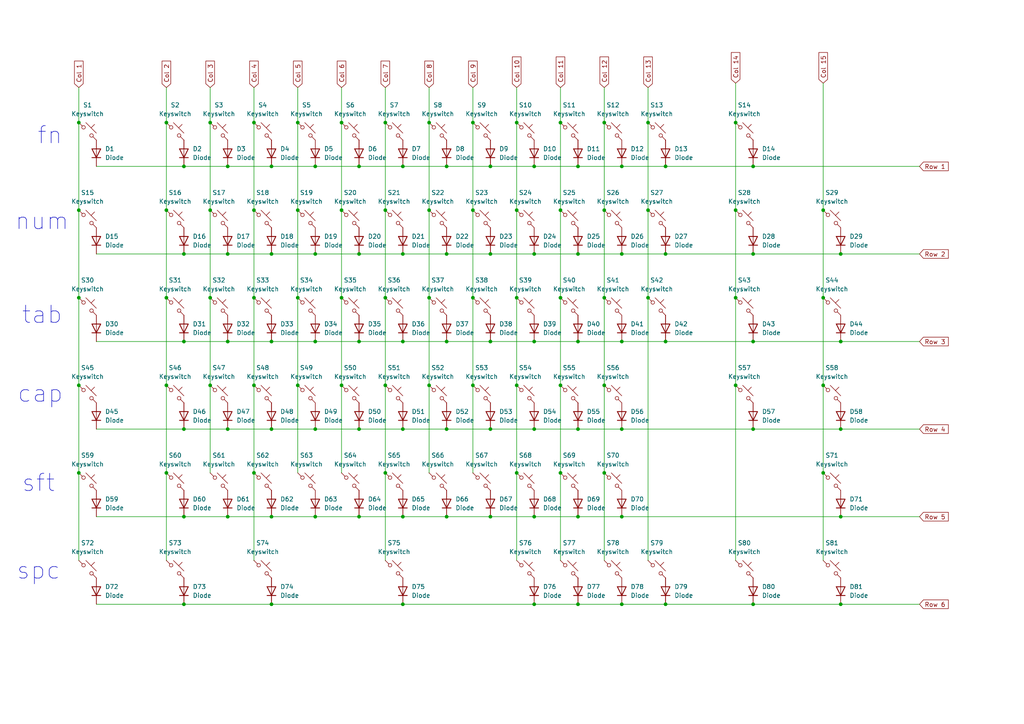
<source format=kicad_sch>
(kicad_sch (version 20250114) (generator "eeschema") (generator_version "9.0")
  (paper "A4")
  (text "tab" (at 12.192 91.44 0) (effects (font (size 5 5))))
  (text "num" (at 12.192 64.262 0) (effects (font (size 5 5))))
  (text "sft" (at 11.176 140.208 0) (effects (font (size 5 5))))
  (text "cap" (at 11.684 114.3 0) (effects (font (size 5 5))))
  (text "spc" (at 11.176 165.608 0) (effects (font (size 5 5))))
  (text "fn" (at 14.478 39.37 0) (effects (font (size 5 5))))
  (junction (at 48.26 86.36))
  (junction (at 162.56 86.36))
  (junction (at 53.34 124.46))
  (junction (at 99.06 60.96))
  (junction (at 167.64 175.26))
  (junction (at 73.66 60.96))
  (junction (at 73.66 137.16))
  (junction (at 48.26 111.76))
  (junction (at 149.86 137.16))
  (junction (at 116.84 99.06))
  (junction (at 66.04 48.26))
  (junction (at 116.84 124.46))
  (junction (at 167.64 124.46))
  (junction (at 175.26 60.96))
  (junction (at 149.86 111.76))
  (junction (at 22.86 60.96))
  (junction (at 60.96 86.36))
  (junction (at 129.54 124.46))
  (junction (at 111.76 35.56))
  (junction (at 86.36 60.96))
  (junction (at 99.06 111.76))
  (junction (at 238.76 60.96))
  (junction (at 154.94 48.26))
  (junction (at 154.94 99.06))
  (junction (at 149.86 35.56))
  (junction (at 154.94 149.86))
  (junction (at 162.56 137.16))
  (junction (at 142.24 149.86))
  (junction (at 129.54 48.26))
  (junction (at 66.04 124.46))
  (junction (at 167.64 48.26))
  (junction (at 124.46 60.96))
  (junction (at 78.74 48.26))
  (junction (at 193.04 48.26))
  (junction (at 187.96 86.36))
  (junction (at 167.64 149.86))
  (junction (at 78.74 124.46))
  (junction (at 218.44 175.26))
  (junction (at 124.46 35.56))
  (junction (at 180.34 73.66))
  (junction (at 142.24 48.26))
  (junction (at 60.96 111.76))
  (junction (at 238.76 111.76))
  (junction (at 53.34 99.06))
  (junction (at 78.74 99.06))
  (junction (at 175.26 86.36))
  (junction (at 73.66 86.36))
  (junction (at 111.76 60.96))
  (junction (at 66.04 99.06))
  (junction (at 137.16 111.76))
  (junction (at 243.84 99.06))
  (junction (at 187.96 60.96))
  (junction (at 104.14 124.46))
  (junction (at 180.34 149.86))
  (junction (at 180.34 48.26))
  (junction (at 78.74 73.66))
  (junction (at 116.84 73.66))
  (junction (at 104.14 48.26))
  (junction (at 111.76 137.16))
  (junction (at 53.34 149.86))
  (junction (at 22.86 35.56))
  (junction (at 86.36 86.36))
  (junction (at 162.56 60.96))
  (junction (at 73.66 111.76))
  (junction (at 180.34 124.46))
  (junction (at 149.86 86.36))
  (junction (at 175.26 35.56))
  (junction (at 66.04 149.86))
  (junction (at 154.94 73.66))
  (junction (at 137.16 35.56))
  (junction (at 91.44 149.86))
  (junction (at 48.26 60.96))
  (junction (at 154.94 124.46))
  (junction (at 99.06 35.56))
  (junction (at 218.44 124.46))
  (junction (at 218.44 99.06))
  (junction (at 142.24 73.66))
  (junction (at 238.76 86.36))
  (junction (at 91.44 73.66))
  (junction (at 86.36 111.76))
  (junction (at 193.04 99.06))
  (junction (at 111.76 111.76))
  (junction (at 116.84 48.26))
  (junction (at 129.54 73.66))
  (junction (at 218.44 73.66))
  (junction (at 124.46 86.36))
  (junction (at 238.76 137.16))
  (junction (at 149.86 60.96))
  (junction (at 124.46 111.76))
  (junction (at 48.26 35.56))
  (junction (at 154.94 175.26))
  (junction (at 48.26 137.16))
  (junction (at 91.44 124.46))
  (junction (at 137.16 60.96))
  (junction (at 116.84 175.26))
  (junction (at 60.96 35.56))
  (junction (at 53.34 175.26))
  (junction (at 142.24 124.46))
  (junction (at 243.84 175.26))
  (junction (at 129.54 149.86))
  (junction (at 180.34 175.26))
  (junction (at 104.14 149.86))
  (junction (at 175.26 111.76))
  (junction (at 162.56 35.56))
  (junction (at 193.04 73.66))
  (junction (at 22.86 137.16))
  (junction (at 86.36 35.56))
  (junction (at 53.34 73.66))
  (junction (at 167.64 99.06))
  (junction (at 213.36 111.76))
  (junction (at 91.44 48.26))
  (junction (at 167.64 73.66))
  (junction (at 187.96 35.56))
  (junction (at 142.24 99.06))
  (junction (at 111.76 86.36))
  (junction (at 91.44 99.06))
  (junction (at 218.44 48.26))
  (junction (at 22.86 111.76))
  (junction (at 78.74 149.86))
  (junction (at 213.36 86.36))
  (junction (at 243.84 149.86))
  (junction (at 193.04 175.26))
  (junction (at 104.14 73.66))
  (junction (at 137.16 86.36))
  (junction (at 175.26 137.16))
  (junction (at 116.84 149.86))
  (junction (at 213.36 35.56))
  (junction (at 180.34 99.06))
  (junction (at 99.06 86.36))
  (junction (at 243.84 73.66))
  (junction (at 162.56 111.76))
  (junction (at 73.66 35.56))
  (junction (at 66.04 73.66))
  (junction (at 104.14 99.06))
  (junction (at 53.34 48.26))
  (junction (at 60.96 60.96))
  (junction (at 22.86 86.36))
  (junction (at 213.36 60.96))
  (junction (at 78.74 175.26))
  (junction (at 243.84 124.46))
  (junction (at 129.54 99.06))
  (wire (pts (xy 137.16 60.96) (xy 137.16 86.36)))
  (wire (pts (xy 48.26 35.56) (xy 48.26 60.96)))
  (wire (pts (xy 187.96 60.96) (xy 187.96 86.36)))
  (wire (pts (xy 137.16 25.4) (xy 137.16 35.56)))
  (wire (pts (xy 238.76 86.36) (xy 238.76 111.76)))
  (wire (pts (xy 193.04 99.06) (xy 218.44 99.06)))
  (wire (pts (xy 243.84 124.46) (xy 266.7 124.46)))
  (wire (pts (xy 66.04 48.26) (xy 78.74 48.26)))
  (wire (pts (xy 129.54 149.86) (xy 142.24 149.86)))
  (wire (pts (xy 129.54 99.06) (xy 142.24 99.06)))
  (wire (pts (xy 218.44 48.26) (xy 266.7 48.26)))
  (wire (pts (xy 111.76 86.36) (xy 111.76 60.96)))
  (wire (pts (xy 180.34 99.06) (xy 193.04 99.06)))
  (wire (pts (xy 99.06 25.4) (xy 99.06 35.56)))
  (wire (pts (xy 60.96 86.36) (xy 60.96 111.76)))
  (wire (pts (xy 213.36 35.56) (xy 213.36 24.13)))
  (wire (pts (xy 48.26 137.16) (xy 48.26 162.56)))
  (wire (pts (xy 116.84 124.46) (xy 129.54 124.46)))
  (wire (pts (xy 73.66 86.36) (xy 73.66 111.76)))
  (wire (pts (xy 129.54 73.66) (xy 142.24 73.66)))
  (wire (pts (xy 142.24 149.86) (xy 154.94 149.86)))
  (wire (pts (xy 187.96 35.56) (xy 187.96 60.96)))
  (wire (pts (xy 111.76 60.96) (xy 111.76 35.56)))
  (wire (pts (xy 129.54 124.46) (xy 142.24 124.46)))
  (wire (pts (xy 180.34 48.26) (xy 193.04 48.26)))
  (wire (pts (xy 22.86 60.96) (xy 22.86 86.36)))
  (wire (pts (xy 142.24 48.26) (xy 154.94 48.26)))
  (wire (pts (xy 60.96 60.96) (xy 60.96 86.36)))
  (wire (pts (xy 129.54 48.26) (xy 142.24 48.26)))
  (wire (pts (xy 137.16 111.76) (xy 137.16 137.16)))
  (wire (pts (xy 66.04 99.06) (xy 78.74 99.06)))
  (wire (pts (xy 60.96 35.56) (xy 60.96 60.96)))
  (wire (pts (xy 99.06 60.96) (xy 99.06 86.36)))
  (wire (pts (xy 73.66 25.4) (xy 73.66 35.56)))
  (wire (pts (xy 86.36 35.56) (xy 86.36 60.96)))
  (wire (pts (xy 218.44 124.46) (xy 243.84 124.46)))
  (wire (pts (xy 53.34 175.26) (xy 78.74 175.26)))
  (wire (pts (xy 238.76 86.36) (xy 238.76 60.96)))
  (wire (pts (xy 149.86 137.16) (xy 149.86 162.56)))
  (wire (pts (xy 53.34 99.06) (xy 66.04 99.06)))
  (wire (pts (xy 78.74 73.66) (xy 91.44 73.66)))
  (wire (pts (xy 193.04 175.26) (xy 218.44 175.26)))
  (wire (pts (xy 78.74 124.46) (xy 91.44 124.46)))
  (wire (pts (xy 175.26 25.4) (xy 175.26 35.56)))
  (wire (pts (xy 243.84 99.06) (xy 266.7 99.06)))
  (wire (pts (xy 53.34 124.46) (xy 66.04 124.46)))
  (wire (pts (xy 73.66 60.96) (xy 73.66 86.36)))
  (wire (pts (xy 180.34 175.26) (xy 193.04 175.26)))
  (wire (pts (xy 116.84 149.86) (xy 129.54 149.86)))
  (wire (pts (xy 60.96 25.4) (xy 60.96 35.56)))
  (wire (pts (xy 111.76 111.76) (xy 111.76 86.36)))
  (wire (pts (xy 104.14 48.26) (xy 116.84 48.26)))
  (wire (pts (xy 213.36 86.36) (xy 213.36 60.96)))
  (wire (pts (xy 22.86 25.4) (xy 22.86 35.56)))
  (wire (pts (xy 243.84 149.86) (xy 266.7 149.86)))
  (wire (pts (xy 238.76 137.16) (xy 238.76 111.76)))
  (wire (pts (xy 154.94 73.66) (xy 167.64 73.66)))
  (wire (pts (xy 180.34 149.86) (xy 243.84 149.86)))
  (wire (pts (xy 124.46 60.96) (xy 124.46 35.56)))
  (wire (pts (xy 53.34 73.66) (xy 66.04 73.66)))
  (wire (pts (xy 162.56 60.96) (xy 162.56 35.56)))
  (wire (pts (xy 142.24 99.06) (xy 154.94 99.06)))
  (wire (pts (xy 142.24 73.66) (xy 154.94 73.66)))
  (wire (pts (xy 218.44 175.26) (xy 243.84 175.26)))
  (wire (pts (xy 167.64 175.26) (xy 180.34 175.26)))
  (wire (pts (xy 86.36 25.4) (xy 86.36 35.56)))
  (wire (pts (xy 66.04 149.86) (xy 78.74 149.86)))
  (wire (pts (xy 175.26 137.16) (xy 175.26 162.56)))
  (wire (pts (xy 213.36 60.96) (xy 213.36 35.56)))
  (wire (pts (xy 86.36 111.76) (xy 86.36 137.16)))
  (wire (pts (xy 27.94 48.26) (xy 53.34 48.26)))
  (wire (pts (xy 116.84 175.26) (xy 154.94 175.26)))
  (wire (pts (xy 243.84 175.26) (xy 266.7 175.26)))
  (wire (pts (xy 99.06 86.36) (xy 99.06 111.76)))
  (wire (pts (xy 22.86 35.56) (xy 22.86 60.96)))
  (wire (pts (xy 66.04 73.66) (xy 78.74 73.66)))
  (wire (pts (xy 48.26 111.76) (xy 48.26 137.16)))
  (wire (pts (xy 73.66 35.56) (xy 73.66 60.96)))
  (wire (pts (xy 218.44 99.06) (xy 243.84 99.06)))
  (wire (pts (xy 66.04 124.46) (xy 78.74 124.46)))
  (wire (pts (xy 213.36 162.56) (xy 213.36 111.76)))
  (wire (pts (xy 124.46 25.4) (xy 124.46 35.56)))
  (wire (pts (xy 167.64 124.46) (xy 180.34 124.46)))
  (wire (pts (xy 154.94 48.26) (xy 167.64 48.26)))
  (wire (pts (xy 149.86 86.36) (xy 149.86 111.76)))
  (wire (pts (xy 149.86 60.96) (xy 149.86 86.36)))
  (wire (pts (xy 99.06 111.76) (xy 99.06 137.16)))
  (wire (pts (xy 27.94 99.06) (xy 53.34 99.06)))
  (wire (pts (xy 162.56 86.36) (xy 162.56 60.96)))
  (wire (pts (xy 104.14 73.66) (xy 116.84 73.66)))
  (wire (pts (xy 167.64 48.26) (xy 180.34 48.26)))
  (wire (pts (xy 218.44 73.66) (xy 243.84 73.66)))
  (wire (pts (xy 175.26 111.76) (xy 175.26 137.16)))
  (wire (pts (xy 187.96 86.36) (xy 187.96 162.56)))
  (wire (pts (xy 167.64 149.86) (xy 180.34 149.86)))
  (wire (pts (xy 91.44 48.26) (xy 104.14 48.26)))
  (wire (pts (xy 22.86 111.76) (xy 22.86 137.16)))
  (wire (pts (xy 124.46 111.76) (xy 124.46 86.36)))
  (wire (pts (xy 162.56 111.76) (xy 162.56 86.36)))
  (wire (pts (xy 86.36 60.96) (xy 86.36 86.36)))
  (wire (pts (xy 78.74 99.06) (xy 91.44 99.06)))
  (wire (pts (xy 22.86 137.16) (xy 22.86 162.56)))
  (wire (pts (xy 116.84 99.06) (xy 129.54 99.06)))
  (wire (pts (xy 180.34 124.46) (xy 218.44 124.46)))
  (wire (pts (xy 124.46 137.16) (xy 124.46 111.76)))
  (wire (pts (xy 91.44 124.46) (xy 104.14 124.46)))
  (wire (pts (xy 238.76 162.56) (xy 238.76 137.16)))
  (wire (pts (xy 86.36 86.36) (xy 86.36 111.76)))
  (wire (pts (xy 104.14 99.06) (xy 116.84 99.06)))
  (wire (pts (xy 53.34 149.86) (xy 66.04 149.86)))
  (wire (pts (xy 243.84 73.66) (xy 266.7 73.66)))
  (wire (pts (xy 48.26 86.36) (xy 48.26 111.76)))
  (wire (pts (xy 116.84 73.66) (xy 129.54 73.66)))
  (wire (pts (xy 142.24 124.46) (xy 154.94 124.46)))
  (wire (pts (xy 27.94 149.86) (xy 53.34 149.86)))
  (wire (pts (xy 137.16 35.56) (xy 137.16 60.96)))
  (wire (pts (xy 193.04 48.26) (xy 218.44 48.26)))
  (wire (pts (xy 149.86 111.76) (xy 149.86 137.16)))
  (wire (pts (xy 60.96 111.76) (xy 60.96 137.16)))
  (wire (pts (xy 73.66 111.76) (xy 73.66 137.16)))
  (wire (pts (xy 22.86 86.36) (xy 22.86 111.76)))
  (wire (pts (xy 238.76 24.13) (xy 238.76 60.96)))
  (wire (pts (xy 162.56 137.16) (xy 162.56 111.76)))
  (wire (pts (xy 27.94 73.66) (xy 53.34 73.66)))
  (wire (pts (xy 116.84 48.26) (xy 129.54 48.26)))
  (wire (pts (xy 167.64 73.66) (xy 180.34 73.66)))
  (wire (pts (xy 78.74 48.26) (xy 91.44 48.26)))
  (wire (pts (xy 27.94 124.46) (xy 53.34 124.46)))
  (wire (pts (xy 91.44 149.86) (xy 104.14 149.86)))
  (wire (pts (xy 193.04 73.66) (xy 218.44 73.66)))
  (wire (pts (xy 91.44 73.66) (xy 104.14 73.66)))
  (wire (pts (xy 162.56 162.56) (xy 162.56 137.16)))
  (wire (pts (xy 187.96 25.4) (xy 187.96 35.56)))
  (wire (pts (xy 213.36 111.76) (xy 213.36 86.36)))
  (wire (pts (xy 48.26 60.96) (xy 48.26 86.36)))
  (wire (pts (xy 73.66 137.16) (xy 73.66 162.56)))
  (wire (pts (xy 91.44 99.06) (xy 104.14 99.06)))
  (wire (pts (xy 78.74 149.86) (xy 91.44 149.86)))
  (wire (pts (xy 53.34 48.26) (xy 66.04 48.26)))
  (wire (pts (xy 124.46 86.36) (xy 124.46 60.96)))
  (wire (pts (xy 149.86 35.56) (xy 149.86 60.96)))
  (wire (pts (xy 78.74 175.26) (xy 116.84 175.26)))
  (wire (pts (xy 104.14 149.86) (xy 116.84 149.86)))
  (wire (pts (xy 149.86 25.4) (xy 149.86 35.56)))
  (wire (pts (xy 180.34 73.66) (xy 193.04 73.66)))
  (wire (pts (xy 99.06 35.56) (xy 99.06 60.96)))
  (wire (pts (xy 162.56 25.4) (xy 162.56 35.56)))
  (wire (pts (xy 137.16 86.36) (xy 137.16 111.76)))
  (wire (pts (xy 48.26 25.4) (xy 48.26 35.56)))
  (wire (pts (xy 154.94 149.86) (xy 167.64 149.86)))
  (wire (pts (xy 154.94 99.06) (xy 167.64 99.06)))
  (wire (pts (xy 167.64 99.06) (xy 180.34 99.06)))
  (wire (pts (xy 154.94 124.46) (xy 167.64 124.46)))
  (wire (pts (xy 111.76 25.4) (xy 111.76 35.56)))
  (wire (pts (xy 175.26 35.56) (xy 175.26 60.96)))
  (wire (pts (xy 154.94 175.26) (xy 167.64 175.26)))
  (wire (pts (xy 27.94 175.26) (xy 53.34 175.26)))
  (wire (pts (xy 175.26 86.36) (xy 175.26 111.76)))
  (wire (pts (xy 111.76 162.56) (xy 111.76 137.16)))
  (wire (pts (xy 104.14 124.46) (xy 116.84 124.46)))
  (wire (pts (xy 111.76 137.16) (xy 111.76 111.76)))
  (wire (pts (xy 175.26 60.96) (xy 175.26 86.36)))
  (global_label "Row 5" (shape input) (at 266.7 149.86 0) (property "Intersheetrefs" "${INTERSHEET_REFS}" (effects (hide yes))))
  (global_label "Col 7" (shape input) (at 111.76 25.4 90) (property "Intersheetrefs" "${INTERSHEET_REFS}" (effects (hide yes))))
  (global_label "Row 1" (shape input) (at 266.7 48.26 0) (property "Intersheetrefs" "${INTERSHEET_REFS}" (effects (hide yes))))
  (global_label "Col 13" (shape input) (at 187.96 25.4 90) (property "Intersheetrefs" "${INTERSHEET_REFS}" (effects (hide yes))))
  (global_label "Col 9" (shape input) (at 137.16 25.4 90) (property "Intersheetrefs" "${INTERSHEET_REFS}" (effects (hide yes))))
  (global_label "Col 14" (shape input) (at 213.36 24.13 90) (property "Intersheetrefs" "${INTERSHEET_REFS}" (effects (hide yes))))
  (global_label "Col 8" (shape input) (at 124.46 25.4 90) (property "Intersheetrefs" "${INTERSHEET_REFS}" (effects (hide yes))))
  (global_label "Col 1" (shape input) (at 22.86 25.4 90) (property "Intersheetrefs" "${INTERSHEET_REFS}" (effects (hide yes))))
  (global_label "Row 4" (shape input) (at 266.7 124.46 0) (property "Intersheetrefs" "${INTERSHEET_REFS}" (effects (hide yes))))
  (global_label "Col 12" (shape input) (at 175.26 25.4 90) (property "Intersheetrefs" "${INTERSHEET_REFS}" (effects (hide yes))))
  (global_label "Row 3" (shape input) (at 266.7 99.06 0) (property "Intersheetrefs" "${INTERSHEET_REFS}" (effects (hide yes))))
  (global_label "Col 10" (shape input) (at 149.86 25.4 90) (property "Intersheetrefs" "${INTERSHEET_REFS}" (effects (hide yes))))
  (global_label "Col 5" (shape input) (at 86.36 25.4 90) (property "Intersheetrefs" "${INTERSHEET_REFS}" (effects (hide yes))))
  (global_label "Row 6" (shape input) (at 266.7 175.26 0) (property "Intersheetrefs" "${INTERSHEET_REFS}" (effects (hide yes))))
  (global_label "Col 3" (shape input) (at 60.96 25.4 90) (property "Intersheetrefs" "${INTERSHEET_REFS}" (effects (hide yes))))
  (global_label "Col 6" (shape input) (at 99.06 25.4 90) (property "Intersheetrefs" "${INTERSHEET_REFS}" (effects (hide yes))))
  (global_label "Col 11" (shape input) (at 162.56 25.4 90) (property "Intersheetrefs" "${INTERSHEET_REFS}" (effects (hide yes))))
  (global_label "Col 4" (shape input) (at 73.66 25.4 90) (property "Intersheetrefs" "${INTERSHEET_REFS}" (effects (hide yes))))
  (global_label "Col 2" (shape input) (at 48.26 25.4 90) (property "Intersheetrefs" "${INTERSHEET_REFS}" (effects (hide yes))))
  (global_label "Row 2" (shape input) (at 266.7 73.66 0) (property "Intersheetrefs" "${INTERSHEET_REFS}" (effects (hide yes))))
  (global_label "Col 15" (shape input) (at 238.76 24.13 90) (property "Intersheetrefs" "${INTERSHEET_REFS}" (effects (hide yes))))
  (symbol (lib_id "ScottoKeebs:Placeholder_Keyswitch") (at 241.3 63.5 0) (unit 1)
    (property "Reference" "S29" (at 241.3 55.88 0))
    (property "Value" "Keyswitch" (at 241.3 58.42 0))
    (property "Footprint" "scottokeeb_:MX_Hotswap_1.00u" (effects (hide yes)))
    (property "Description" "Push button switch, normally open, two pins, 45° tilted" (effects (hide yes)))
  )
  (symbol (lib_id "ScottoKeebs:Placeholder_Diode") (at 78.74 146.05 90) (unit 1)
    (property "Reference" "D62" (at 81.28 144.7799 90) (effects (justify right)))
    (property "Value" "Diode" (at 81.28 147.3199 90) (effects (justify right)))
    (property "Footprint" "Diode_THT:D_DO-35_SOD27_P7.62mm_Horizontal" (effects (hide yes)))
    (property "Description" "1N4148 (DO-35) or 1N4148W (SOD-123)" (effects (hide yes)))
    (property "Sim.Device" "D" (effects (hide yes)))
    (property "Sim.Pins" "1=K 2=A" (effects (hide yes)))
  )
  (symbol (lib_id "ScottoKeebs:Placeholder_Keyswitch") (at 215.9 38.1 0) (unit 1)
    (property "Reference" "S14" (at 215.9 30.48 0))
    (property "Value" "Keyswitch" (at 215.9 33.02 0))
    (property "Footprint" "scottokeeb_:MX_Hotswap_1.00u" (effects (hide yes)))
    (property "Description" "Push button switch, normally open, two pins, 45° tilted" (effects (hide yes)))
  )
  (symbol (lib_id "ScottoKeebs:Placeholder_Keyswitch") (at 139.7 63.5 0) (unit 1)
    (property "Reference" "S23" (at 139.7 55.88 0))
    (property "Value" "Keyswitch" (at 139.7 58.42 0))
    (property "Footprint" "scottokeeb_:MX_Hotswap_1.00u" (effects (hide yes)))
    (property "Description" "Push button switch, normally open, two pins, 45° tilted" (effects (hide yes)))
  )
  (symbol (lib_id "ScottoKeebs:Placeholder_Keyswitch") (at 114.3 139.7 0) (unit 1)
    (property "Reference" "S65" (at 114.3 132.08 0))
    (property "Value" "Keyswitch" (at 114.3 134.62 0))
    (property "Footprint" "scottokeeb_:MX_Hotswap_1.00u" (effects (hide yes)))
    (property "Description" "Push button switch, normally open, two pins, 45° tilted" (effects (hide yes)))
  )
  (symbol (lib_id "ScottoKeebs:Placeholder_Diode") (at 167.64 69.85 90) (unit 1)
    (property "Reference" "D25" (at 170.18 68.5799 90) (effects (justify right)))
    (property "Value" "Diode" (at 170.18 71.1199 90) (effects (justify right)))
    (property "Footprint" "Diode_THT:D_DO-35_SOD27_P7.62mm_Horizontal" (effects (hide yes)))
    (property "Description" "1N4148 (DO-35) or 1N4148W (SOD-123)" (effects (hide yes)))
    (property "Sim.Device" "D" (effects (hide yes)))
    (property "Sim.Pins" "1=K 2=A" (effects (hide yes)))
  )
  (symbol (lib_id "ScottoKeebs:Placeholder_Keyswitch") (at 101.6 38.1 0) (unit 1)
    (property "Reference" "S6" (at 101.6 30.48 0))
    (property "Value" "Keyswitch" (at 101.6 33.02 0))
    (property "Footprint" "scottokeeb_:MX_Hotswap_1.00u" (effects (hide yes)))
    (property "Description" "Push button switch, normally open, two pins, 45° tilted" (effects (hide yes)))
  )
  (symbol (lib_id "ScottoKeebs:Placeholder_Keyswitch") (at 88.9 38.1 0) (unit 1)
    (property "Reference" "S5" (at 88.9 30.48 0))
    (property "Value" "Keyswitch" (at 88.9 33.02 0))
    (property "Footprint" "scottokeeb_:MX_Hotswap_1.00u" (effects (hide yes)))
    (property "Description" "Push button switch, normally open, two pins, 45° tilted" (effects (hide yes)))
  )
  (symbol (lib_id "ScottoKeebs:Placeholder_Diode") (at 142.24 69.85 90) (unit 1)
    (property "Reference" "D23" (at 144.78 68.5799 90) (effects (justify right)))
    (property "Value" "Diode" (at 144.78 71.1199 90) (effects (justify right)))
    (property "Footprint" "Diode_THT:D_DO-35_SOD27_P7.62mm_Horizontal" (effects (hide yes)))
    (property "Description" "1N4148 (DO-35) or 1N4148W (SOD-123)" (effects (hide yes)))
    (property "Sim.Device" "D" (effects (hide yes)))
    (property "Sim.Pins" "1=K 2=A" (effects (hide yes)))
  )
  (symbol (lib_id "ScottoKeebs:Placeholder_Keyswitch") (at 241.3 139.7 0) (unit 1)
    (property "Reference" "S71" (at 241.3 132.08 0))
    (property "Value" "Keyswitch" (at 241.3 134.62 0))
    (property "Footprint" "scottokeeb_:MX_Hotswap_1.00u" (effects (hide yes)))
    (property "Description" "Push button switch, normally open, two pins, 45° tilted" (effects (hide yes)))
  )
  (symbol (lib_id "ScottoKeebs:Placeholder_Diode") (at 91.44 44.45 90) (unit 1)
    (property "Reference" "D5" (at 93.98 43.1799 90) (effects (justify right)))
    (property "Value" "Diode" (at 93.98 45.7199 90) (effects (justify right)))
    (property "Footprint" "Diode_THT:D_DO-35_SOD27_P7.62mm_Horizontal" (effects (hide yes)))
    (property "Description" "1N4148 (DO-35) or 1N4148W (SOD-123)" (effects (hide yes)))
    (property "Sim.Device" "D" (effects (hide yes)))
    (property "Sim.Pins" "1=K 2=A" (effects (hide yes)))
  )
  (symbol (lib_id "ScottoKeebs:Placeholder_Keyswitch") (at 63.5 139.7 0) (unit 1)
    (property "Reference" "S61" (at 63.5 132.08 0))
    (property "Value" "Keyswitch" (at 63.5 134.62 0))
    (property "Footprint" "scottokeeb_:MX_Hotswap_1.00u" (effects (hide yes)))
    (property "Description" "Push button switch, normally open, two pins, 45° tilted" (effects (hide yes)))
  )
  (symbol (lib_id "ScottoKeebs:Placeholder_Keyswitch") (at 88.9 114.3 0) (unit 1)
    (property "Reference" "S49" (at 88.9 106.68 0))
    (property "Value" "Keyswitch" (at 88.9 109.22 0))
    (property "Footprint" "scottokeeb_:MX_Hotswap_1.00u" (effects (hide yes)))
    (property "Description" "Push button switch, normally open, two pins, 45° tilted" (effects (hide yes)))
  )
  (symbol (lib_id "ScottoKeebs:Placeholder_Diode") (at 78.74 120.65 90) (unit 1)
    (property "Reference" "D48" (at 81.28 119.3799 90) (effects (justify right)))
    (property "Value" "Diode" (at 81.28 121.9199 90) (effects (justify right)))
    (property "Footprint" "Diode_THT:D_DO-35_SOD27_P7.62mm_Horizontal" (effects (hide yes)))
    (property "Description" "1N4148 (DO-35) or 1N4148W (SOD-123)" (effects (hide yes)))
    (property "Sim.Device" "D" (effects (hide yes)))
    (property "Sim.Pins" "1=K 2=A" (effects (hide yes)))
  )
  (symbol (lib_id "ScottoKeebs:Placeholder_Diode") (at 167.64 171.45 90) (unit 1)
    (property "Reference" "D77" (at 170.18 170.1799 90) (effects (justify right)))
    (property "Value" "Diode" (at 170.18 172.7199 90) (effects (justify right)))
    (property "Footprint" "Diode_THT:D_DO-35_SOD27_P7.62mm_Horizontal" (effects (hide yes)))
    (property "Description" "1N4148 (DO-35) or 1N4148W (SOD-123)" (effects (hide yes)))
    (property "Sim.Device" "D" (effects (hide yes)))
    (property "Sim.Pins" "1=K 2=A" (effects (hide yes)))
  )
  (symbol (lib_id "ScottoKeebs:Placeholder_Diode") (at 142.24 146.05 90) (unit 1)
    (property "Reference" "D67" (at 144.78 144.7799 90) (effects (justify right)))
    (property "Value" "Diode" (at 144.78 147.3199 90) (effects (justify right)))
    (property "Footprint" "Diode_THT:D_DO-35_SOD27_P7.62mm_Horizontal" (effects (hide yes)))
    (property "Description" "1N4148 (DO-35) or 1N4148W (SOD-123)" (effects (hide yes)))
    (property "Sim.Device" "D" (effects (hide yes)))
    (property "Sim.Pins" "1=K 2=A" (effects (hide yes)))
  )
  (symbol (lib_id "ScottoKeebs:Placeholder_Diode") (at 66.04 44.45 90) (unit 1)
    (property "Reference" "D3" (at 68.58 43.1799 90) (effects (justify right)))
    (property "Value" "Diode" (at 68.58 45.7199 90) (effects (justify right)))
    (property "Footprint" "Diode_THT:D_DO-35_SOD27_P7.62mm_Horizontal" (effects (hide yes)))
    (property "Description" "1N4148 (DO-35) or 1N4148W (SOD-123)" (effects (hide yes)))
    (property "Sim.Device" "D" (effects (hide yes)))
    (property "Sim.Pins" "1=K 2=A" (effects (hide yes)))
  )
  (symbol (lib_id "ScottoKeebs:Placeholder_Diode") (at 116.84 120.65 90) (unit 1)
    (property "Reference" "D51" (at 119.38 119.3799 90) (effects (justify right)))
    (property "Value" "Diode" (at 119.38 121.9199 90) (effects (justify right)))
    (property "Footprint" "Diode_THT:D_DO-35_SOD27_P7.62mm_Horizontal" (effects (hide yes)))
    (property "Description" "1N4148 (DO-35) or 1N4148W (SOD-123)" (effects (hide yes)))
    (property "Sim.Device" "D" (effects (hide yes)))
    (property "Sim.Pins" "1=K 2=A" (effects (hide yes)))
  )
  (symbol (lib_id "ScottoKeebs:Placeholder_Diode") (at 180.34 120.65 90) (unit 1)
    (property "Reference" "D56" (at 182.88 119.3799 90) (effects (justify right)))
    (property "Value" "Diode" (at 182.88 121.9199 90) (effects (justify right)))
    (property "Footprint" "Diode_THT:D_DO-35_SOD27_P7.62mm_Horizontal" (effects (hide yes)))
    (property "Description" "1N4148 (DO-35) or 1N4148W (SOD-123)" (effects (hide yes)))
    (property "Sim.Device" "D" (effects (hide yes)))
    (property "Sim.Pins" "1=K 2=A" (effects (hide yes)))
  )
  (symbol (lib_id "ScottoKeebs:Placeholder_Keyswitch") (at 25.4 165.1 0) (unit 1)
    (property "Reference" "S72" (at 25.4 157.48 0))
    (property "Value" "Keyswitch" (at 25.4 160.02 0))
    (property "Footprint" "scottokeeb_:MX_Hotswap_1.25u" (effects (hide yes)))
    (property "Description" "Push button switch, normally open, two pins, 45° tilted" (effects (hide yes)))
  )
  (symbol (lib_id "ScottoKeebs:Placeholder_Diode") (at 53.34 69.85 90) (unit 1)
    (property "Reference" "D16" (at 55.88 68.5799 90) (effects (justify right)))
    (property "Value" "Diode" (at 55.88 71.1199 90) (effects (justify right)))
    (property "Footprint" "Diode_THT:D_DO-35_SOD27_P7.62mm_Horizontal" (effects (hide yes)))
    (property "Description" "1N4148 (DO-35) or 1N4148W (SOD-123)" (effects (hide yes)))
    (property "Sim.Device" "D" (effects (hide yes)))
    (property "Sim.Pins" "1=K 2=A" (effects (hide yes)))
  )
  (symbol (lib_id "ScottoKeebs:Placeholder_Diode") (at 193.04 171.45 90) (unit 1)
    (property "Reference" "D79" (at 195.58 170.1799 90) (effects (justify right)))
    (property "Value" "Diode" (at 195.58 172.7199 90) (effects (justify right)))
    (property "Footprint" "Diode_THT:D_DO-35_SOD27_P7.62mm_Horizontal" (effects (hide yes)))
    (property "Description" "1N4148 (DO-35) or 1N4148W (SOD-123)" (effects (hide yes)))
    (property "Sim.Device" "D" (effects (hide yes)))
    (property "Sim.Pins" "1=K 2=A" (effects (hide yes)))
  )
  (symbol (lib_id "ScottoKeebs:Placeholder_Keyswitch") (at 50.8 165.1 0) (unit 1)
    (property "Reference" "S73" (at 50.8 157.48 0))
    (property "Value" "Keyswitch" (at 50.8 160.02 0))
    (property "Footprint" "scottokeeb_:MX_Hotswap_1.00u" (effects (hide yes)))
    (property "Description" "Push button switch, normally open, two pins, 45° tilted" (effects (hide yes)))
  )
  (symbol (lib_id "ScottoKeebs:Placeholder_Diode") (at 180.34 171.45 90) (unit 1)
    (property "Reference" "D78" (at 182.88 170.1799 90) (effects (justify right)))
    (property "Value" "Diode" (at 182.88 172.7199 90) (effects (justify right)))
    (property "Footprint" "Diode_THT:D_DO-35_SOD27_P7.62mm_Horizontal" (effects (hide yes)))
    (property "Description" "1N4148 (DO-35) or 1N4148W (SOD-123)" (effects (hide yes)))
    (property "Sim.Device" "D" (effects (hide yes)))
    (property "Sim.Pins" "1=K 2=A" (effects (hide yes)))
  )
  (symbol (lib_id "ScottoKeebs:Placeholder_Diode") (at 53.34 44.45 90) (unit 1)
    (property "Reference" "D2" (at 55.88 43.1799 90) (effects (justify right)))
    (property "Value" "Diode" (at 55.88 45.7199 90) (effects (justify right)))
    (property "Footprint" "Diode_THT:D_DO-35_SOD27_P7.62mm_Horizontal" (effects (hide yes)))
    (property "Description" "1N4148 (DO-35) or 1N4148W (SOD-123)" (effects (hide yes)))
    (property "Sim.Device" "D" (effects (hide yes)))
    (property "Sim.Pins" "1=K 2=A" (effects (hide yes)))
  )
  (symbol (lib_id "ScottoKeebs:Placeholder_Keyswitch") (at 88.9 63.5 0) (unit 1)
    (property "Reference" "S19" (at 88.9 55.88 0))
    (property "Value" "Keyswitch" (at 88.9 58.42 0))
    (property "Footprint" "scottokeeb_:MX_Hotswap_1.00u" (effects (hide yes)))
    (property "Description" "Push button switch, normally open, two pins, 45° tilted" (effects (hide yes)))
  )
  (symbol (lib_id "ScottoKeebs:Placeholder_Diode") (at 142.24 44.45 90) (unit 1)
    (property "Reference" "D9" (at 144.78 43.1799 90) (effects (justify right)))
    (property "Value" "Diode" (at 144.78 45.7199 90) (effects (justify right)))
    (property "Footprint" "Diode_THT:D_DO-35_SOD27_P7.62mm_Horizontal" (effects (hide yes)))
    (property "Description" "1N4148 (DO-35) or 1N4148W (SOD-123)" (effects (hide yes)))
    (property "Sim.Device" "D" (effects (hide yes)))
    (property "Sim.Pins" "1=K 2=A" (effects (hide yes)))
  )
  (symbol (lib_id "ScottoKeebs:Placeholder_Keyswitch") (at 139.7 38.1 0) (unit 1)
    (property "Reference" "S9" (at 139.7 30.48 0))
    (property "Value" "Keyswitch" (at 139.7 33.02 0))
    (property "Footprint" "scottokeeb_:MX_Hotswap_1.00u" (effects (hide yes)))
    (property "Description" "Push button switch, normally open, two pins, 45° tilted" (effects (hide yes)))
  )
  (symbol (lib_id "ScottoKeebs:Placeholder_Keyswitch") (at 152.4 88.9 0) (unit 1)
    (property "Reference" "S39" (at 152.4 81.28 0))
    (property "Value" "Keyswitch" (at 152.4 83.82 0))
    (property "Footprint" "scottokeeb_:MX_Hotswap_1.00u" (effects (hide yes)))
    (property "Description" "Push button switch, normally open, two pins, 45° tilted" (effects (hide yes)))
  )
  (symbol (lib_id "ScottoKeebs:Placeholder_Diode") (at 154.94 120.65 90) (unit 1)
    (property "Reference" "D54" (at 157.48 119.3799 90) (effects (justify right)))
    (property "Value" "Diode" (at 157.48 121.9199 90) (effects (justify right)))
    (property "Footprint" "Diode_THT:D_DO-35_SOD27_P7.62mm_Horizontal" (effects (hide yes)))
    (property "Description" "1N4148 (DO-35) or 1N4148W (SOD-123)" (effects (hide yes)))
    (property "Sim.Device" "D" (effects (hide yes)))
    (property "Sim.Pins" "1=K 2=A" (effects (hide yes)))
  )
  (symbol (lib_id "ScottoKeebs:Placeholder_Keyswitch") (at 50.8 63.5 0) (unit 1)
    (property "Reference" "S16" (at 50.8 55.88 0))
    (property "Value" "Keyswitch" (at 50.8 58.42 0))
    (property "Footprint" "scottokeeb_:MX_Hotswap_1.00u" (effects (hide yes)))
    (property "Description" "Push button switch, normally open, two pins, 45° tilted" (effects (hide yes)))
  )
  (symbol (lib_id "ScottoKeebs:Placeholder_Keyswitch") (at 139.7 88.9 0) (unit 1)
    (property "Reference" "S38" (at 139.7 81.28 0))
    (property "Value" "Keyswitch" (at 139.7 83.82 0))
    (property "Footprint" "scottokeeb_:MX_Hotswap_1.00u" (effects (hide yes)))
    (property "Description" "Push button switch, normally open, two pins, 45° tilted" (effects (hide yes)))
  )
  (symbol (lib_id "ScottoKeebs:Placeholder_Diode") (at 142.24 120.65 90) (unit 1)
    (property "Reference" "D53" (at 144.78 119.3799 90) (effects (justify right)))
    (property "Value" "Diode" (at 144.78 121.9199 90) (effects (justify right)))
    (property "Footprint" "Diode_THT:D_DO-35_SOD27_P7.62mm_Horizontal" (effects (hide yes)))
    (property "Description" "1N4148 (DO-35) or 1N4148W (SOD-123)" (effects (hide yes)))
    (property "Sim.Device" "D" (effects (hide yes)))
    (property "Sim.Pins" "1=K 2=A" (effects (hide yes)))
  )
  (symbol (lib_id "ScottoKeebs:Placeholder_Keyswitch") (at 114.3 88.9 0) (unit 1)
    (property "Reference" "S36" (at 114.3 81.28 0))
    (property "Value" "Keyswitch" (at 114.3 83.82 0))
    (property "Footprint" "scottokeeb_:MX_Hotswap_1.00u" (effects (hide yes)))
    (property "Description" "Push button switch, normally open, two pins, 45° tilted" (effects (hide yes)))
  )
  (symbol (lib_id "ScottoKeebs:Placeholder_Keyswitch") (at 165.1 139.7 0) (unit 1)
    (property "Reference" "S69" (at 165.1 132.08 0))
    (property "Value" "Keyswitch" (at 165.1 134.62 0))
    (property "Footprint" "scottokeeb_:MX_Hotswap_1.00u" (effects (hide yes)))
    (property "Description" "Push button switch, normally open, two pins, 45° tilted" (effects (hide yes)))
  )
  (symbol (lib_id "ScottoKeebs:Placeholder_Keyswitch") (at 190.5 88.9 0) (unit 1)
    (property "Reference" "S42" (at 190.5 81.28 0))
    (property "Value" "Keyswitch" (at 190.5 83.82 0))
    (property "Footprint" "scottokeeb_:MX_Hotswap_1.00u" (effects (hide yes)))
    (property "Description" "Push button switch, normally open, two pins, 45° tilted" (effects (hide yes)))
  )
  (symbol (lib_id "ScottoKeebs:Placeholder_Diode") (at 78.74 171.45 90) (unit 1)
    (property "Reference" "D74" (at 81.28 170.1799 90) (effects (justify right)))
    (property "Value" "Diode" (at 81.28 172.7199 90) (effects (justify right)))
    (property "Footprint" "Diode_THT:D_DO-35_SOD27_P7.62mm_Horizontal" (effects (hide yes)))
    (property "Description" "1N4148 (DO-35) or 1N4148W (SOD-123)" (effects (hide yes)))
    (property "Sim.Device" "D" (effects (hide yes)))
    (property "Sim.Pins" "1=K 2=A" (effects (hide yes)))
  )
  (symbol (lib_id "ScottoKeebs:Placeholder_Diode") (at 154.94 95.25 90) (unit 1)
    (property "Reference" "D39" (at 157.48 93.9799 90) (effects (justify right)))
    (property "Value" "Diode" (at 157.48 96.5199 90) (effects (justify right)))
    (property "Footprint" "Diode_THT:D_DO-35_SOD27_P7.62mm_Horizontal" (effects (hide yes)))
    (property "Description" "1N4148 (DO-35) or 1N4148W (SOD-123)" (effects (hide yes)))
    (property "Sim.Device" "D" (effects (hide yes)))
    (property "Sim.Pins" "1=K 2=A" (effects (hide yes)))
  )
  (symbol (lib_id "ScottoKeebs:Placeholder_Keyswitch") (at 177.8 139.7 0) (unit 1)
    (property "Reference" "S70" (at 177.8 132.08 0))
    (property "Value" "Keyswitch" (at 177.8 134.62 0))
    (property "Footprint" "scottokeeb_:MX_Hotswap_1.00u" (effects (hide yes)))
    (property "Description" "Push button switch, normally open, two pins, 45° tilted" (effects (hide yes)))
  )
  (symbol (lib_id "ScottoKeebs:Placeholder_Keyswitch") (at 127 114.3 0) (unit 1)
    (property "Reference" "S52" (at 127 106.68 0))
    (property "Value" "Keyswitch" (at 127 109.22 0))
    (property "Footprint" "scottokeeb_:MX_Hotswap_1.00u" (effects (hide yes)))
    (property "Description" "Push button switch, normally open, two pins, 45° tilted" (effects (hide yes)))
  )
  (symbol (lib_id "ScottoKeebs:Placeholder_Diode") (at 27.94 69.85 90) (unit 1)
    (property "Reference" "D15" (at 30.48 68.5799 90) (effects (justify right)))
    (property "Value" "Diode" (at 30.48 71.1199 90) (effects (justify right)))
    (property "Footprint" "Diode_THT:D_DO-35_SOD27_P7.62mm_Horizontal" (effects (hide yes)))
    (property "Description" "1N4148 (DO-35) or 1N4148W (SOD-123)" (effects (hide yes)))
    (property "Sim.Device" "D" (effects (hide yes)))
    (property "Sim.Pins" "1=K 2=A" (effects (hide yes)))
  )
  (symbol (lib_id "ScottoKeebs:Placeholder_Keyswitch") (at 165.1 165.1 0) (unit 1)
    (property "Reference" "S77" (at 165.1 157.48 0))
    (property "Value" "Keyswitch" (at 165.1 160.02 0))
    (property "Footprint" "scottokeeb_:MX_Hotswap_1.00u" (effects (hide yes)))
    (property "Description" "Push button switch, normally open, two pins, 45° tilted" (effects (hide yes)))
  )
  (symbol (lib_id "ScottoKeebs:Placeholder_Keyswitch") (at 127 139.7 0) (unit 1)
    (property "Reference" "S66" (at 127 132.08 0))
    (property "Value" "Keyswitch" (at 127 134.62 0))
    (property "Footprint" "scottokeeb_:MX_Hotswap_1.00u" (effects (hide yes)))
    (property "Description" "Push button switch, normally open, two pins, 45° tilted" (effects (hide yes)))
  )
  (symbol (lib_id "ScottoKeebs:Placeholder_Keyswitch") (at 63.5 114.3 0) (unit 1)
    (property "Reference" "S47" (at 63.5 106.68 0))
    (property "Value" "Keyswitch" (at 63.5 109.22 0))
    (property "Footprint" "scottokeeb_:MX_Hotswap_1.00u" (effects (hide yes)))
    (property "Description" "Push button switch, normally open, two pins, 45° tilted" (effects (hide yes)))
  )
  (symbol (lib_id "ScottoKeebs:Placeholder_Diode") (at 91.44 69.85 90) (unit 1)
    (property "Reference" "D19" (at 93.98 68.5799 90) (effects (justify right)))
    (property "Value" "Diode" (at 93.98 71.1199 90) (effects (justify right)))
    (property "Footprint" "Diode_THT:D_DO-35_SOD27_P7.62mm_Horizontal" (effects (hide yes)))
    (property "Description" "1N4148 (DO-35) or 1N4148W (SOD-123)" (effects (hide yes)))
    (property "Sim.Device" "D" (effects (hide yes)))
    (property "Sim.Pins" "1=K 2=A" (effects (hide yes)))
  )
  (symbol (lib_id "ScottoKeebs:Placeholder_Keyswitch") (at 215.9 63.5 0) (unit 1)
    (property "Reference" "S28" (at 215.9 55.88 0))
    (property "Value" "Keyswitch" (at 215.9 58.42 0))
    (property "Footprint" "scottokeeb_:MX_Hotswap_2.00u" (effects (hide yes)))
    (property "Description" "Push button switch, normally open, two pins, 45° tilted" (effects (hide yes)))
  )
  (symbol (lib_id "ScottoKeebs:Placeholder_Diode") (at 91.44 146.05 90) (unit 1)
    (property "Reference" "D63" (at 93.98 144.7799 90) (effects (justify right)))
    (property "Value" "Diode" (at 93.98 147.3199 90) (effects (justify right)))
    (property "Footprint" "Diode_THT:D_DO-35_SOD27_P7.62mm_Horizontal" (effects (hide yes)))
    (property "Description" "1N4148 (DO-35) or 1N4148W (SOD-123)" (effects (hide yes)))
    (property "Sim.Device" "D" (effects (hide yes)))
    (property "Sim.Pins" "1=K 2=A" (effects (hide yes)))
  )
  (symbol (lib_id "ScottoKeebs:Placeholder_Keyswitch") (at 127 88.9 0) (unit 1)
    (property "Reference" "S37" (at 127 81.28 0))
    (property "Value" "Keyswitch" (at 127 83.82 0))
    (property "Footprint" "scottokeeb_:MX_Hotswap_1.00u" (effects (hide yes)))
    (property "Description" "Push button switch, normally open, two pins, 45° tilted" (effects (hide yes)))
  )
  (symbol (lib_id "ScottoKeebs:Placeholder_Diode") (at 116.84 146.05 90) (unit 1)
    (property "Reference" "D65" (at 119.38 144.7799 90) (effects (justify right)))
    (property "Value" "Diode" (at 119.38 147.3199 90) (effects (justify right)))
    (property "Footprint" "Diode_THT:D_DO-35_SOD27_P7.62mm_Horizontal" (effects (hide yes)))
    (property "Description" "1N4148 (DO-35) or 1N4148W (SOD-123)" (effects (hide yes)))
    (property "Sim.Device" "D" (effects (hide yes)))
    (property "Sim.Pins" "1=K 2=A" (effects (hide yes)))
  )
  (symbol (lib_id "ScottoKeebs:Placeholder_Keyswitch") (at 177.8 165.1 0) (unit 1)
    (property "Reference" "S78" (at 177.8 157.48 0))
    (property "Value" "Keyswitch" (at 177.8 160.02 0))
    (property "Footprint" "scottokeeb_:MX_Hotswap_1.00u" (effects (hide yes)))
    (property "Description" "Push button switch, normally open, two pins, 45° tilted" (effects (hide yes)))
  )
  (symbol (lib_id "ScottoKeebs:Placeholder_Keyswitch") (at 152.4 165.1 0) (unit 1)
    (property "Reference" "S76" (at 152.4 157.48 0))
    (property "Value" "Keyswitch" (at 152.4 160.02 0))
    (property "Footprint" "scottokeeb_:MX_Hotswap_1.00u" (effects (hide yes)))
    (property "Description" "Push button switch, normally open, two pins, 45° tilted" (effects (hide yes)))
  )
  (symbol (lib_id "ScottoKeebs:Placeholder_Diode") (at 218.44 69.85 90) (unit 1)
    (property "Reference" "D28" (at 220.98 68.5799 90) (effects (justify right)))
    (property "Value" "Diode" (at 220.98 71.1199 90) (effects (justify right)))
    (property "Footprint" "Diode_THT:D_DO-35_SOD27_P7.62mm_Horizontal" (effects (hide yes)))
    (property "Description" "1N4148 (DO-35) or 1N4148W (SOD-123)" (effects (hide yes)))
    (property "Sim.Device" "D" (effects (hide yes)))
    (property "Sim.Pins" "1=K 2=A" (effects (hide yes)))
  )
  (symbol (lib_id "ScottoKeebs:Placeholder_Diode") (at 243.84 146.05 90) (unit 1)
    (property "Reference" "D71" (at 246.38 144.7799 90) (effects (justify right)))
    (property "Value" "Diode" (at 246.38 147.3199 90) (effects (justify right)))
    (property "Footprint" "Diode_THT:D_DO-35_SOD27_P7.62mm_Horizontal" (effects (hide yes)))
    (property "Description" "1N4148 (DO-35) or 1N4148W (SOD-123)" (effects (hide yes)))
    (property "Sim.Device" "D" (effects (hide yes)))
    (property "Sim.Pins" "1=K 2=A" (effects (hide yes)))
  )
  (symbol (lib_id "ScottoKeebs:Placeholder_Keyswitch") (at 215.9 114.3 0) (unit 1)
    (property "Reference" "S57" (at 215.9 106.68 0))
    (property "Value" "Keyswitch" (at 215.9 109.22 0))
    (property "Footprint" "scottokeeb_:MX_Hotswap_2.25u" (effects (hide yes)))
    (property "Description" "Push button switch, normally open, two pins, 45° tilted" (effects (hide yes)))
  )
  (symbol (lib_id "ScottoKeebs:Placeholder_Diode") (at 180.34 69.85 90) (unit 1)
    (property "Reference" "D26" (at 182.88 68.5799 90) (effects (justify right)))
    (property "Value" "Diode" (at 182.88 71.1199 90) (effects (justify right)))
    (property "Footprint" "Diode_THT:D_DO-35_SOD27_P7.62mm_Horizontal" (effects (hide yes)))
    (property "Description" "1N4148 (DO-35) or 1N4148W (SOD-123)" (effects (hide yes)))
    (property "Sim.Device" "D" (effects (hide yes)))
    (property "Sim.Pins" "1=K 2=A" (effects (hide yes)))
  )
  (symbol (lib_id "ScottoKeebs:Placeholder_Diode") (at 53.34 171.45 90) (unit 1)
    (property "Reference" "D73" (at 55.88 170.1799 90) (effects (justify right)))
    (property "Value" "Diode" (at 55.88 172.7199 90) (effects (justify right)))
    (property "Footprint" "Diode_THT:D_DO-35_SOD27_P7.62mm_Horizontal" (effects (hide yes)))
    (property "Description" "1N4148 (DO-35) or 1N4148W (SOD-123)" (effects (hide yes)))
    (property "Sim.Device" "D" (effects (hide yes)))
    (property "Sim.Pins" "1=K 2=A" (effects (hide yes)))
  )
  (symbol (lib_id "ScottoKeebs:Placeholder_Diode") (at 66.04 120.65 90) (unit 1)
    (property "Reference" "D47" (at 68.58 119.3799 90) (effects (justify right)))
    (property "Value" "Diode" (at 68.58 121.9199 90) (effects (justify right)))
    (property "Footprint" "Diode_THT:D_DO-35_SOD27_P7.62mm_Horizontal" (effects (hide yes)))
    (property "Description" "1N4148 (DO-35) or 1N4148W (SOD-123)" (effects (hide yes)))
    (property "Sim.Device" "D" (effects (hide yes)))
    (property "Sim.Pins" "1=K 2=A" (effects (hide yes)))
  )
  (symbol (lib_id "ScottoKeebs:Placeholder_Keyswitch") (at 76.2 63.5 0) (unit 1)
    (property "Reference" "S18" (at 76.2 55.88 0))
    (property "Value" "Keyswitch" (at 76.2 58.42 0))
    (property "Footprint" "scottokeeb_:MX_Hotswap_1.00u" (effects (hide yes)))
    (property "Description" "Push button switch, normally open, two pins, 45° tilted" (effects (hide yes)))
  )
  (symbol (lib_id "ScottoKeebs:Placeholder_Diode") (at 104.14 120.65 90) (unit 1)
    (property "Reference" "D50" (at 106.68 119.3799 90) (effects (justify right)))
    (property "Value" "Diode" (at 106.68 121.9199 90) (effects (justify right)))
    (property "Footprint" "Diode_THT:D_DO-35_SOD27_P7.62mm_Horizontal" (effects (hide yes)))
    (property "Description" "1N4148 (DO-35) or 1N4148W (SOD-123)" (effects (hide yes)))
    (property "Sim.Device" "D" (effects (hide yes)))
    (property "Sim.Pins" "1=K 2=A" (effects (hide yes)))
  )
  (symbol (lib_id "ScottoKeebs:Placeholder_Keyswitch") (at 88.9 88.9 0) (unit 1)
    (property "Reference" "S34" (at 88.9 81.28 0))
    (property "Value" "Keyswitch" (at 88.9 83.82 0))
    (property "Footprint" "scottokeeb_:MX_Hotswap_1.00u" (effects (hide yes)))
    (property "Description" "Push button switch, normally open, two pins, 45° tilted" (effects (hide yes)))
  )
  (symbol (lib_id "ScottoKeebs:Placeholder_Keyswitch") (at 190.5 38.1 0) (unit 1)
    (property "Reference" "S13" (at 190.5 30.48 0))
    (property "Value" "Keyswitch" (at 190.5 33.02 0))
    (property "Footprint" "scottokeeb_:MX_Hotswap_1.00u" (effects (hide yes)))
    (property "Description" "Push button switch, normally open, two pins, 45° tilted" (effects (hide yes)))
  )
  (symbol (lib_id "ScottoKeebs:Placeholder_Diode") (at 218.44 95.25 90) (unit 1)
    (property "Reference" "D43" (at 220.98 93.9799 90) (effects (justify right)))
    (property "Value" "Diode" (at 220.98 96.5199 90) (effects (justify right)))
    (property "Footprint" "Diode_THT:D_DO-35_SOD27_P7.62mm_Horizontal" (effects (hide yes)))
    (property "Description" "1N4148 (DO-35) or 1N4148W (SOD-123)" (effects (hide yes)))
    (property "Sim.Device" "D" (effects (hide yes)))
    (property "Sim.Pins" "1=K 2=A" (effects (hide yes)))
  )
  (symbol (lib_id "ScottoKeebs:Placeholder_Keyswitch") (at 114.3 114.3 0) (unit 1)
    (property "Reference" "S51" (at 114.3 106.68 0))
    (property "Value" "Keyswitch" (at 114.3 109.22 0))
    (property "Footprint" "scottokeeb_:MX_Hotswap_1.00u" (effects (hide yes)))
    (property "Description" "Push button switch, normally open, two pins, 45° tilted" (effects (hide yes)))
  )
  (symbol (lib_id "ScottoKeebs:Placeholder_Keyswitch") (at 50.8 114.3 0) (unit 1)
    (property "Reference" "S46" (at 50.8 106.68 0))
    (property "Value" "Keyswitch" (at 50.8 109.22 0))
    (property "Footprint" "scottokeeb_:MX_Hotswap_1.00u" (effects (hide yes)))
    (property "Description" "Push button switch, normally open, two pins, 45° tilted" (effects (hide yes)))
  )
  (symbol (lib_id "ScottoKeebs:Placeholder_Keyswitch") (at 63.5 63.5 0) (unit 1)
    (property "Reference" "S17" (at 63.5 55.88 0))
    (property "Value" "Keyswitch" (at 63.5 58.42 0))
    (property "Footprint" "scottokeeb_:MX_Hotswap_1.00u" (effects (hide yes)))
    (property "Description" "Push button switch, normally open, two pins, 45° tilted" (effects (hide yes)))
  )
  (symbol (lib_id "ScottoKeebs:Placeholder_Diode") (at 180.34 146.05 90) (unit 1)
    (property "Reference" "D70" (at 182.88 144.7799 90) (effects (justify right)))
    (property "Value" "Diode" (at 182.88 147.3199 90) (effects (justify right)))
    (property "Footprint" "Diode_THT:D_DO-35_SOD27_P7.62mm_Horizontal" (effects (hide yes)))
    (property "Description" "1N4148 (DO-35) or 1N4148W (SOD-123)" (effects (hide yes)))
    (property "Sim.Device" "D" (effects (hide yes)))
    (property "Sim.Pins" "1=K 2=A" (effects (hide yes)))
  )
  (symbol (lib_id "ScottoKeebs:Placeholder_Diode") (at 180.34 44.45 90) (unit 1)
    (property "Reference" "D12" (at 182.88 43.1799 90) (effects (justify right)))
    (property "Value" "Diode" (at 182.88 45.7199 90) (effects (justify right)))
    (property "Footprint" "Diode_THT:D_DO-35_SOD27_P7.62mm_Horizontal" (effects (hide yes)))
    (property "Description" "1N4148 (DO-35) or 1N4148W (SOD-123)" (effects (hide yes)))
    (property "Sim.Device" "D" (effects (hide yes)))
    (property "Sim.Pins" "1=K 2=A" (effects (hide yes)))
  )
  (symbol (lib_id "ScottoKeebs:Placeholder_Keyswitch") (at 76.2 38.1 0) (unit 1)
    (property "Reference" "S4" (at 76.2 30.48 0))
    (property "Value" "Keyswitch" (at 76.2 33.02 0))
    (property "Footprint" "scottokeeb_:MX_Hotswap_1.00u" (effects (hide yes)))
    (property "Description" "Push button switch, normally open, two pins, 45° tilted" (effects (hide yes)))
  )
  (symbol (lib_id "ScottoKeebs:Placeholder_Diode") (at 53.34 120.65 90) (unit 1)
    (property "Reference" "D46" (at 55.88 119.3799 90) (effects (justify right)))
    (property "Value" "Diode" (at 55.88 121.9199 90) (effects (justify right)))
    (property "Footprint" "Diode_THT:D_DO-35_SOD27_P7.62mm_Horizontal" (effects (hide yes)))
    (property "Description" "1N4148 (DO-35) or 1N4148W (SOD-123)" (effects (hide yes)))
    (property "Sim.Device" "D" (effects (hide yes)))
    (property "Sim.Pins" "1=K 2=A" (effects (hide yes)))
  )
  (symbol (lib_id "ScottoKeebs:Placeholder_Keyswitch") (at 190.5 63.5 0) (unit 1)
    (property "Reference" "S27" (at 190.5 55.88 0))
    (property "Value" "Keyswitch" (at 190.5 58.42 0))
    (property "Footprint" "scottokeeb_:MX_Hotswap_1.00u" (effects (hide yes)))
    (property "Description" "Push button switch, normally open, two pins, 45° tilted" (effects (hide yes)))
  )
  (symbol (lib_id "ScottoKeebs:Placeholder_Diode") (at 104.14 69.85 90) (unit 1)
    (property "Reference" "D20" (at 106.68 68.5799 90) (effects (justify right)))
    (property "Value" "Diode" (at 106.68 71.1199 90) (effects (justify right)))
    (property "Footprint" "Diode_THT:D_DO-35_SOD27_P7.62mm_Horizontal" (effects (hide yes)))
    (property "Description" "1N4148 (DO-35) or 1N4148W (SOD-123)" (effects (hide yes)))
    (property "Sim.Device" "D" (effects (hide yes)))
    (property "Sim.Pins" "1=K 2=A" (effects (hide yes)))
  )
  (symbol (lib_id "ScottoKeebs:Placeholder_Diode") (at 27.94 120.65 90) (unit 1)
    (property "Reference" "D45" (at 30.48 119.3799 90) (effects (justify right)))
    (property "Value" "Diode" (at 30.48 121.9199 90) (effects (justify right)))
    (property "Footprint" "Diode_THT:D_DO-35_SOD27_P7.62mm_Horizontal" (effects (hide yes)))
    (property "Description" "1N4148 (DO-35) or 1N4148W (SOD-123)" (effects (hide yes)))
    (property "Sim.Device" "D" (effects (hide yes)))
    (property "Sim.Pins" "1=K 2=A" (effects (hide yes)))
  )
  (symbol (lib_id "ScottoKeebs:Placeholder_Diode") (at 104.14 44.45 90) (unit 1)
    (property "Reference" "D6" (at 106.68 43.1799 90) (effects (justify right)))
    (property "Value" "Diode" (at 106.68 45.7199 90) (effects (justify right)))
    (property "Footprint" "Diode_THT:D_DO-35_SOD27_P7.62mm_Horizontal" (effects (hide yes)))
    (property "Description" "1N4148 (DO-35) or 1N4148W (SOD-123)" (effects (hide yes)))
    (property "Sim.Device" "D" (effects (hide yes)))
    (property "Sim.Pins" "1=K 2=A" (effects (hide yes)))
  )
  (symbol (lib_id "ScottoKeebs:Placeholder_Keyswitch") (at 177.8 63.5 0) (unit 1)
    (property "Reference" "S26" (at 177.8 55.88 0))
    (property "Value" "Keyswitch" (at 177.8 58.42 0))
    (property "Footprint" "scottokeeb_:MX_Hotswap_1.00u" (effects (hide yes)))
    (property "Description" "Push button switch, normally open, two pins, 45° tilted" (effects (hide yes)))
  )
  (symbol (lib_id "ScottoKeebs:Placeholder_Diode") (at 193.04 44.45 90) (unit 1)
    (property "Reference" "D13" (at 195.58 43.1799 90) (effects (justify right)))
    (property "Value" "Diode" (at 195.58 45.7199 90) (effects (justify right)))
    (property "Footprint" "Diode_THT:D_DO-35_SOD27_P7.62mm_Horizontal" (effects (hide yes)))
    (property "Description" "1N4148 (DO-35) or 1N4148W (SOD-123)" (effects (hide yes)))
    (property "Sim.Device" "D" (effects (hide yes)))
    (property "Sim.Pins" "1=K 2=A" (effects (hide yes)))
  )
  (symbol (lib_id "ScottoKeebs:Placeholder_Diode") (at 154.94 44.45 90) (unit 1)
    (property "Reference" "D10" (at 157.48 43.1799 90) (effects (justify right)))
    (property "Value" "Diode" (at 157.48 45.7199 90) (effects (justify right)))
    (property "Footprint" "Diode_THT:D_DO-35_SOD27_P7.62mm_Horizontal" (effects (hide yes)))
    (property "Description" "1N4148 (DO-35) or 1N4148W (SOD-123)" (effects (hide yes)))
    (property "Sim.Device" "D" (effects (hide yes)))
    (property "Sim.Pins" "1=K 2=A" (effects (hide yes)))
  )
  (symbol (lib_id "ScottoKeebs:Placeholder_Diode") (at 142.24 95.25 90) (unit 1)
    (property "Reference" "D38" (at 144.78 93.9799 90) (effects (justify right)))
    (property "Value" "Diode" (at 144.78 96.5199 90) (effects (justify right)))
    (property "Footprint" "Diode_THT:D_DO-35_SOD27_P7.62mm_Horizontal" (effects (hide yes)))
    (property "Description" "1N4148 (DO-35) or 1N4148W (SOD-123)" (effects (hide yes)))
    (property "Sim.Device" "D" (effects (hide yes)))
    (property "Sim.Pins" "1=K 2=A" (effects (hide yes)))
  )
  (symbol (lib_id "ScottoKeebs:Placeholder_Diode") (at 154.94 69.85 90) (unit 1)
    (property "Reference" "D24" (at 157.48 68.5799 90) (effects (justify right)))
    (property "Value" "Diode" (at 157.48 71.1199 90) (effects (justify right)))
    (property "Footprint" "Diode_THT:D_DO-35_SOD27_P7.62mm_Horizontal" (effects (hide yes)))
    (property "Description" "1N4148 (DO-35) or 1N4148W (SOD-123)" (effects (hide yes)))
    (property "Sim.Device" "D" (effects (hide yes)))
    (property "Sim.Pins" "1=K 2=A" (effects (hide yes)))
  )
  (symbol (lib_id "ScottoKeebs:Placeholder_Diode") (at 78.74 95.25 90) (unit 1)
    (property "Reference" "D33" (at 81.28 93.9799 90) (effects (justify right)))
    (property "Value" "Diode" (at 81.28 96.5199 90) (effects (justify right)))
    (property "Footprint" "Diode_THT:D_DO-35_SOD27_P7.62mm_Horizontal" (effects (hide yes)))
    (property "Description" "1N4148 (DO-35) or 1N4148W (SOD-123)" (effects (hide yes)))
    (property "Sim.Device" "D" (effects (hide yes)))
    (property "Sim.Pins" "1=K 2=A" (effects (hide yes)))
  )
  (symbol (lib_id "ScottoKeebs:Placeholder_Diode") (at 66.04 69.85 90) (unit 1)
    (property "Reference" "D17" (at 68.58 68.5799 90) (effects (justify right)))
    (property "Value" "Diode" (at 68.58 71.1199 90) (effects (justify right)))
    (property "Footprint" "Diode_THT:D_DO-35_SOD27_P7.62mm_Horizontal" (effects (hide yes)))
    (property "Description" "1N4148 (DO-35) or 1N4148W (SOD-123)" (effects (hide yes)))
    (property "Sim.Device" "D" (effects (hide yes)))
    (property "Sim.Pins" "1=K 2=A" (effects (hide yes)))
  )
  (symbol (lib_id "ScottoKeebs:Placeholder_Keyswitch") (at 152.4 38.1 0) (unit 1)
    (property "Reference" "S10" (at 152.4 30.48 0))
    (property "Value" "Keyswitch" (at 152.4 33.02 0))
    (property "Footprint" "scottokeeb_:MX_Hotswap_1.00u" (effects (hide yes)))
    (property "Description" "Push button switch, normally open, two pins, 45° tilted" (effects (hide yes)))
  )
  (symbol (lib_id "ScottoKeebs:Placeholder_Keyswitch") (at 25.4 139.7 0) (unit 1)
    (property "Reference" "S59" (at 25.4 132.08 0))
    (property "Value" "Keyswitch" (at 25.4 134.62 0))
    (property "Footprint" "scottokeeb_:MX_Hotswap_2.25u" (effects (hide yes)))
    (property "Description" "Push button switch, normally open, two pins, 45° tilted" (effects (hide yes)))
  )
  (symbol (lib_id "ScottoKeebs:Placeholder_Keyswitch") (at 101.6 114.3 0) (unit 1)
    (property "Reference" "S50" (at 101.6 106.68 0))
    (property "Value" "Keyswitch" (at 101.6 109.22 0))
    (property "Footprint" "scottokeeb_:MX_Hotswap_1.00u" (effects (hide yes)))
    (property "Description" "Push button switch, normally open, two pins, 45° tilted" (effects (hide yes)))
  )
  (symbol (lib_id "ScottoKeebs:Placeholder_Keyswitch") (at 215.9 165.1 0) (unit 1)
    (property "Reference" "S80" (at 215.9 157.48 0))
    (property "Value" "Keyswitch" (at 215.9 160.02 0))
    (property "Footprint" "scottokeeb_:MX_Hotswap_1.00u" (effects (hide yes)))
    (property "Description" "Push button switch, normally open, two pins, 45° tilted" (effects (hide yes)))
  )
  (symbol (lib_id "ScottoKeebs:Placeholder_Keyswitch") (at 50.8 139.7 0) (unit 1)
    (property "Reference" "S60" (at 50.8 132.08 0))
    (property "Value" "Keyswitch" (at 50.8 134.62 0))
    (property "Footprint" "scottokeeb_:MX_Hotswap_1.00u" (effects (hide yes)))
    (property "Description" "Push button switch, normally open, two pins, 45° tilted" (effects (hide yes)))
  )
  (symbol (lib_id "ScottoKeebs:Placeholder_Diode") (at 193.04 69.85 90) (unit 1)
    (property "Reference" "D27" (at 195.58 68.5799 90) (effects (justify right)))
    (property "Value" "Diode" (at 195.58 71.1199 90) (effects (justify right)))
    (property "Footprint" "Diode_THT:D_DO-35_SOD27_P7.62mm_Horizontal" (effects (hide yes)))
    (property "Description" "1N4148 (DO-35) or 1N4148W (SOD-123)" (effects (hide yes)))
    (property "Sim.Device" "D" (effects (hide yes)))
    (property "Sim.Pins" "1=K 2=A" (effects (hide yes)))
  )
  (symbol (lib_id "ScottoKeebs:Placeholder_Diode") (at 243.84 69.85 90) (unit 1)
    (property "Reference" "D29" (at 246.38 68.5799 90) (effects (justify right)))
    (property "Value" "Diode" (at 246.38 71.1199 90) (effects (justify right)))
    (property "Footprint" "Diode_THT:D_DO-35_SOD27_P7.62mm_Horizontal" (effects (hide yes)))
    (property "Description" "1N4148 (DO-35) or 1N4148W (SOD-123)" (effects (hide yes)))
    (property "Sim.Device" "D" (effects (hide yes)))
    (property "Sim.Pins" "1=K 2=A" (effects (hide yes)))
  )
  (symbol (lib_id "ScottoKeebs:Placeholder_Diode") (at 78.74 69.85 90) (unit 1)
    (property "Reference" "D18" (at 81.28 68.5799 90) (effects (justify right)))
    (property "Value" "Diode" (at 81.28 71.1199 90) (effects (justify right)))
    (property "Footprint" "Diode_THT:D_DO-35_SOD27_P7.62mm_Horizontal" (effects (hide yes)))
    (property "Description" "1N4148 (DO-35) or 1N4148W (SOD-123)" (effects (hide yes)))
    (property "Sim.Device" "D" (effects (hide yes)))
    (property "Sim.Pins" "1=K 2=A" (effects (hide yes)))
  )
  (symbol (lib_id "ScottoKeebs:Placeholder_Diode") (at 218.44 44.45 90) (unit 1)
    (property "Reference" "D14" (at 220.98 43.1799 90) (effects (justify right)))
    (property "Value" "Diode" (at 220.98 45.7199 90) (effects (justify right)))
    (property "Footprint" "Diode_THT:D_DO-35_SOD27_P7.62mm_Horizontal" (effects (hide yes)))
    (property "Description" "1N4148 (DO-35) or 1N4148W (SOD-123)" (effects (hide yes)))
    (property "Sim.Device" "D" (effects (hide yes)))
    (property "Sim.Pins" "1=K 2=A" (effects (hide yes)))
  )
  (symbol (lib_id "ScottoKeebs:Placeholder_Diode") (at 129.54 120.65 90) (unit 1)
    (property "Reference" "D52" (at 132.08 119.3799 90) (effects (justify right)))
    (property "Value" "Diode" (at 132.08 121.9199 90) (effects (justify right)))
    (property "Footprint" "Diode_THT:D_DO-35_SOD27_P7.62mm_Horizontal" (effects (hide yes)))
    (property "Description" "1N4148 (DO-35) or 1N4148W (SOD-123)" (effects (hide yes)))
    (property "Sim.Device" "D" (effects (hide yes)))
    (property "Sim.Pins" "1=K 2=A" (effects (hide yes)))
  )
  (symbol (lib_id "ScottoKeebs:Placeholder_Keyswitch") (at 88.9 139.7 0) (unit 1)
    (property "Reference" "S63" (at 88.9 132.08 0))
    (property "Value" "Keyswitch" (at 88.9 134.62 0))
    (property "Footprint" "scottokeeb_:MX_Hotswap_1.00u" (effects (hide yes)))
    (property "Description" "Push button switch, normally open, two pins, 45° tilted" (effects (hide yes)))
  )
  (symbol (lib_id "ScottoKeebs:Placeholder_Keyswitch") (at 25.4 63.5 0) (unit 1)
    (property "Reference" "S15" (at 25.4 55.88 0))
    (property "Value" "Keyswitch" (at 25.4 58.42 0))
    (property "Footprint" "scottokeeb_:MX_Hotswap_1.00u" (effects (hide yes)))
    (property "Description" "Push button switch, normally open, two pins, 45° tilted" (effects (hide yes)))
  )
  (symbol (lib_id "ScottoKeebs:Placeholder_Diode") (at 129.54 95.25 90) (unit 1)
    (property "Reference" "D37" (at 132.08 93.9799 90) (effects (justify right)))
    (property "Value" "Diode" (at 132.08 96.5199 90) (effects (justify right)))
    (property "Footprint" "Diode_THT:D_DO-35_SOD27_P7.62mm_Horizontal" (effects (hide yes)))
    (property "Description" "1N4148 (DO-35) or 1N4148W (SOD-123)" (effects (hide yes)))
    (property "Sim.Device" "D" (effects (hide yes)))
    (property "Sim.Pins" "1=K 2=A" (effects (hide yes)))
  )
  (symbol (lib_id "ScottoKeebs:Placeholder_Diode") (at 66.04 146.05 90) (unit 1)
    (property "Reference" "D61" (at 68.58 144.7799 90) (effects (justify right)))
    (property "Value" "Diode" (at 68.58 147.3199 90) (effects (justify right)))
    (property "Footprint" "Diode_THT:D_DO-35_SOD27_P7.62mm_Horizontal" (effects (hide yes)))
    (property "Description" "1N4148 (DO-35) or 1N4148W (SOD-123)" (effects (hide yes)))
    (property "Sim.Device" "D" (effects (hide yes)))
    (property "Sim.Pins" "1=K 2=A" (effects (hide yes)))
  )
  (symbol (lib_id "ScottoKeebs:Placeholder_Diode") (at 129.54 146.05 90) (unit 1)
    (property "Reference" "D66" (at 132.08 144.7799 90) (effects (justify right)))
    (property "Value" "Diode" (at 132.08 147.3199 90) (effects (justify right)))
    (property "Footprint" "Diode_THT:D_DO-35_SOD27_P7.62mm_Horizontal" (effects (hide yes)))
    (property "Description" "1N4148 (DO-35) or 1N4148W (SOD-123)" (effects (hide yes)))
    (property "Sim.Device" "D" (effects (hide yes)))
    (property "Sim.Pins" "1=K 2=A" (effects (hide yes)))
  )
  (symbol (lib_id "ScottoKeebs:Placeholder_Diode") (at 167.64 120.65 90) (unit 1)
    (property "Reference" "D55" (at 170.18 119.3799 90) (effects (justify right)))
    (property "Value" "Diode" (at 170.18 121.9199 90) (effects (justify right)))
    (property "Footprint" "Diode_THT:D_DO-35_SOD27_P7.62mm_Horizontal" (effects (hide yes)))
    (property "Description" "1N4148 (DO-35) or 1N4148W (SOD-123)" (effects (hide yes)))
    (property "Sim.Device" "D" (effects (hide yes)))
    (property "Sim.Pins" "1=K 2=A" (effects (hide yes)))
  )
  (symbol (lib_id "ScottoKeebs:Placeholder_Diode") (at 53.34 95.25 90) (unit 1)
    (property "Reference" "D31" (at 55.88 93.9799 90) (effects (justify right)))
    (property "Value" "Diode" (at 55.88 96.5199 90) (effects (justify right)))
    (property "Footprint" "Diode_THT:D_DO-35_SOD27_P7.62mm_Horizontal" (effects (hide yes)))
    (property "Description" "1N4148 (DO-35) or 1N4148W (SOD-123)" (effects (hide yes)))
    (property "Sim.Device" "D" (effects (hide yes)))
    (property "Sim.Pins" "1=K 2=A" (effects (hide yes)))
  )
  (symbol (lib_id "ScottoKeebs:Placeholder_Diode") (at 167.64 146.05 90) (unit 1)
    (property "Reference" "D69" (at 170.18 144.7799 90) (effects (justify right)))
    (property "Value" "Diode" (at 170.18 147.3199 90) (effects (justify right)))
    (property "Footprint" "Diode_THT:D_DO-35_SOD27_P7.62mm_Horizontal" (effects (hide yes)))
    (property "Description" "1N4148 (DO-35) or 1N4148W (SOD-123)" (effects (hide yes)))
    (property "Sim.Device" "D" (effects (hide yes)))
    (property "Sim.Pins" "1=K 2=A" (effects (hide yes)))
  )
  (symbol (lib_id "ScottoKeebs:Placeholder_Diode") (at 27.94 146.05 90) (unit 1)
    (property "Reference" "D59" (at 30.48 144.7799 90) (effects (justify right)))
    (property "Value" "Diode" (at 30.48 147.3199 90) (effects (justify right)))
    (property "Footprint" "Diode_THT:D_DO-35_SOD27_P7.62mm_Horizontal" (effects (hide yes)))
    (property "Description" "1N4148 (DO-35) or 1N4148W (SOD-123)" (effects (hide yes)))
    (property "Sim.Device" "D" (effects (hide yes)))
    (property "Sim.Pins" "1=K 2=A" (effects (hide yes)))
  )
  (symbol (lib_id "ScottoKeebs:Placeholder_Keyswitch") (at 114.3 38.1 0) (unit 1)
    (property "Reference" "S7" (at 114.3 30.48 0))
    (property "Value" "Keyswitch" (at 114.3 33.02 0))
    (property "Footprint" "scottokeeb_:MX_Hotswap_1.00u" (effects (hide yes)))
    (property "Description" "Push button switch, normally open, two pins, 45° tilted" (effects (hide yes)))
  )
  (symbol (lib_id "ScottoKeebs:Placeholder_Keyswitch") (at 114.3 63.5 0) (unit 1)
    (property "Reference" "S21" (at 114.3 55.88 0))
    (property "Value" "Keyswitch" (at 114.3 58.42 0))
    (property "Footprint" "scottokeeb_:MX_Hotswap_1.00u" (effects (hide yes)))
    (property "Description" "Push button switch, normally open, two pins, 45° tilted" (effects (hide yes)))
  )
  (symbol (lib_id "ScottoKeebs:Placeholder_Keyswitch") (at 63.5 88.9 0) (unit 1)
    (property "Reference" "S32" (at 63.5 81.28 0))
    (property "Value" "Keyswitch" (at 63.5 83.82 0))
    (property "Footprint" "scottokeeb_:MX_Hotswap_1.00u" (effects (hide yes)))
    (property "Description" "Push button switch, normally open, two pins, 45° tilted" (effects (hide yes)))
  )
  (symbol (lib_id "ScottoKeebs:Placeholder_Keyswitch") (at 241.3 114.3 0) (unit 1)
    (property "Reference" "S58" (at 241.3 106.68 0))
    (property "Value" "Keyswitch" (at 241.3 109.22 0))
    (property "Footprint" "scottokeeb_:MX_Hotswap_1.00u" (effects (hide yes)))
    (property "Description" "Push button switch, normally open, two pins, 45° tilted" (effects (hide yes)))
  )
  (symbol (lib_id "ScottoKeebs:Placeholder_Keyswitch") (at 177.8 88.9 0) (unit 1)
    (property "Reference" "S41" (at 177.8 81.28 0))
    (property "Value" "Keyswitch" (at 177.8 83.82 0))
    (property "Footprint" "scottokeeb_:MX_Hotswap_1.00u" (effects (hide yes)))
    (property "Description" "Push button switch, normally open, two pins, 45° tilted" (effects (hide yes)))
  )
  (symbol (lib_id "ScottoKeebs:Placeholder_Keyswitch") (at 50.8 88.9 0) (unit 1)
    (property "Reference" "S31" (at 50.8 81.28 0))
    (property "Value" "Keyswitch" (at 50.8 83.82 0))
    (property "Footprint" "scottokeeb_:MX_Hotswap_1.00u" (effects (hide yes)))
    (property "Description" "Push button switch, normally open, two pins, 45° tilted" (effects (hide yes)))
  )
  (symbol (lib_id "ScottoKeebs:Placeholder_Keyswitch") (at 165.1 114.3 0) (unit 1)
    (property "Reference" "S55" (at 165.1 106.68 0))
    (property "Value" "Keyswitch" (at 165.1 109.22 0))
    (property "Footprint" "scottokeeb_:MX_Hotswap_1.00u" (effects (hide yes)))
    (property "Description" "Push button switch, normally open, two pins, 45° tilted" (effects (hide yes)))
  )
  (symbol (lib_id "ScottoKeebs:Placeholder_Keyswitch") (at 241.3 88.9 0) (unit 1)
    (property "Reference" "S44" (at 241.3 81.28 0))
    (property "Value" "Keyswitch" (at 241.3 83.82 0))
    (property "Footprint" "scottokeeb_:MX_Hotswap_1.00u" (effects (hide yes)))
    (property "Description" "Push button switch, normally open, two pins, 45° tilted" (effects (hide yes)))
  )
  (symbol (lib_id "ScottoKeebs:Placeholder_Diode") (at 193.04 95.25 90) (unit 1)
    (property "Reference" "D42" (at 195.58 93.9799 90) (effects (justify right)))
    (property "Value" "Diode" (at 195.58 96.5199 90) (effects (justify right)))
    (property "Footprint" "Diode_THT:D_DO-35_SOD27_P7.62mm_Horizontal" (effects (hide yes)))
    (property "Description" "1N4148 (DO-35) or 1N4148W (SOD-123)" (effects (hide yes)))
    (property "Sim.Device" "D" (effects (hide yes)))
    (property "Sim.Pins" "1=K 2=A" (effects (hide yes)))
  )
  (symbol (lib_id "ScottoKeebs:Placeholder_Keyswitch") (at 241.3 165.1 0) (unit 1)
    (property "Reference" "S81" (at 241.3 157.48 0))
    (property "Value" "Keyswitch" (at 241.3 160.02 0))
    (property "Footprint" "scottokeeb_:MX_Hotswap_1.00u" (effects (hide yes)))
    (property "Description" "Push button switch, normally open, two pins, 45° tilted" (effects (hide yes)))
  )
  (symbol (lib_id "ScottoKeebs:Placeholder_Diode") (at 129.54 44.45 90) (unit 1)
    (property "Reference" "D8" (at 132.08 43.1799 90) (effects (justify right)))
    (property "Value" "Diode" (at 132.08 45.7199 90) (effects (justify right)))
    (property "Footprint" "Diode_THT:D_DO-35_SOD27_P7.62mm_Horizontal" (effects (hide yes)))
    (property "Description" "1N4148 (DO-35) or 1N4148W (SOD-123)" (effects (hide yes)))
    (property "Sim.Device" "D" (effects (hide yes)))
    (property "Sim.Pins" "1=K 2=A" (effects (hide yes)))
  )
  (symbol (lib_id "ScottoKeebs:Placeholder_Keyswitch") (at 127 38.1 0) (unit 1)
    (property "Reference" "S8" (at 127 30.48 0))
    (property "Value" "Keyswitch" (at 127 33.02 0))
    (property "Footprint" "scottokeeb_:MX_Hotswap_1.00u" (effects (hide yes)))
    (property "Description" "Push button switch, normally open, two pins, 45° tilted" (effects (hide yes)))
  )
  (symbol (lib_id "ScottoKeebs:Placeholder_Diode") (at 116.84 69.85 90) (unit 1)
    (property "Reference" "D21" (at 119.38 68.5799 90) (effects (justify right)))
    (property "Value" "Diode" (at 119.38 71.1199 90) (effects (justify right)))
    (property "Footprint" "Diode_THT:D_DO-35_SOD27_P7.62mm_Horizontal" (effects (hide yes)))
    (property "Description" "1N4148 (DO-35) or 1N4148W (SOD-123)" (effects (hide yes)))
    (property "Sim.Device" "D" (effects (hide yes)))
    (property "Sim.Pins" "1=K 2=A" (effects (hide yes)))
  )
  (symbol (lib_id "ScottoKeebs:Placeholder_Diode") (at 91.44 120.65 90) (unit 1)
    (property "Reference" "D49" (at 93.98 119.3799 90) (effects (justify right)))
    (property "Value" "Diode" (at 93.98 121.9199 90) (effects (justify right)))
    (property "Footprint" "Diode_THT:D_DO-35_SOD27_P7.62mm_Horizontal" (effects (hide yes)))
    (property "Description" "1N4148 (DO-35) or 1N4148W (SOD-123)" (effects (hide yes)))
    (property "Sim.Device" "D" (effects (hide yes)))
    (property "Sim.Pins" "1=K 2=A" (effects (hide yes)))
  )
  (symbol (lib_id "ScottoKeebs:Placeholder_Diode") (at 116.84 95.25 90) (unit 1)
    (property "Reference" "D36" (at 119.38 93.9799 90) (effects (justify right)))
    (property "Value" "Diode" (at 119.38 96.5199 90) (effects (justify right)))
    (property "Footprint" "Diode_THT:D_DO-35_SOD27_P7.62mm_Horizontal" (effects (hide yes)))
    (property "Description" "1N4148 (DO-35) or 1N4148W (SOD-123)" (effects (hide yes)))
    (property "Sim.Device" "D" (effects (hide yes)))
    (property "Sim.Pins" "1=K 2=A" (effects (hide yes)))
  )
  (symbol (lib_id "ScottoKeebs:Placeholder_Diode") (at 27.94 171.45 90) (unit 1)
    (property "Reference" "D72" (at 30.48 170.1799 90) (effects (justify right)))
    (property "Value" "Diode" (at 30.48 172.7199 90) (effects (justify right)))
    (property "Footprint" "Diode_THT:D_DO-35_SOD27_P7.62mm_Horizontal" (effects (hide yes)))
    (property "Description" "1N4148 (DO-35) or 1N4148W (SOD-123)" (effects (hide yes)))
    (property "Sim.Device" "D" (effects (hide yes)))
    (property "Sim.Pins" "1=K 2=A" (effects (hide yes)))
  )
  (symbol (lib_id "ScottoKeebs:Placeholder_Keyswitch") (at 63.5 38.1 0) (unit 1)
    (property "Reference" "S3" (at 63.5 30.48 0))
    (property "Value" "Keyswitch" (at 63.5 33.02 0))
    (property "Footprint" "scottokeeb_:MX_Hotswap_1.00u" (effects (hide yes)))
    (property "Description" "Push button switch, normally open, two pins, 45° tilted" (effects (hide yes)))
  )
  (symbol (lib_id "ScottoKeebs:Placeholder_Diode") (at 243.84 120.65 90) (unit 1)
    (property "Reference" "D58" (at 246.38 119.3799 90) (effects (justify right)))
    (property "Value" "Diode" (at 246.38 121.9199 90) (effects (justify right)))
    (property "Footprint" "Diode_THT:D_DO-35_SOD27_P7.62mm_Horizontal" (effects (hide yes)))
    (property "Description" "1N4148 (DO-35) or 1N4148W (SOD-123)" (effects (hide yes)))
    (property "Sim.Device" "D" (effects (hide yes)))
    (property "Sim.Pins" "1=K 2=A" (effects (hide yes)))
  )
  (symbol (lib_id "ScottoKeebs:Placeholder_Diode") (at 78.74 44.45 90) (unit 1)
    (property "Reference" "D4" (at 81.28 43.1799 90) (effects (justify right)))
    (property "Value" "Diode" (at 81.28 45.7199 90) (effects (justify right)))
    (property "Footprint" "Diode_THT:D_DO-35_SOD27_P7.62mm_Horizontal" (effects (hide yes)))
    (property "Description" "1N4148 (DO-35) or 1N4148W (SOD-123)" (effects (hide yes)))
    (property "Sim.Device" "D" (effects (hide yes)))
    (property "Sim.Pins" "1=K 2=A" (effects (hide yes)))
  )
  (symbol (lib_id "ScottoKeebs:Placeholder_Keyswitch") (at 177.8 114.3 0) (unit 1)
    (property "Reference" "S56" (at 177.8 106.68 0))
    (property "Value" "Keyswitch" (at 177.8 109.22 0))
    (property "Footprint" "scottokeeb_:MX_Hotswap_1.00u" (effects (hide yes)))
    (property "Description" "Push button switch, normally open, two pins, 45° tilted" (effects (hide yes)))
  )
  (symbol (lib_id "ScottoKeebs:Placeholder_Keyswitch") (at 76.2 88.9 0) (unit 1)
    (property "Reference" "S33" (at 76.2 81.28 0))
    (property "Value" "Keyswitch" (at 76.2 83.82 0))
    (property "Footprint" "scottokeeb_:MX_Hotswap_1.00u" (effects (hide yes)))
    (property "Description" "Push button switch, normally open, two pins, 45° tilted" (effects (hide yes)))
  )
  (symbol (lib_id "ScottoKeebs:Placeholder_Keyswitch") (at 101.6 63.5 0) (unit 1)
    (property "Reference" "S20" (at 101.6 55.88 0))
    (property "Value" "Keyswitch" (at 101.6 58.42 0))
    (property "Footprint" "scottokeeb_:MX_Hotswap_1.00u" (effects (hide yes)))
    (property "Description" "Push button switch, normally open, two pins, 45° tilted" (effects (hide yes)))
  )
  (symbol (lib_id "ScottoKeebs:Placeholder_Diode") (at 129.54 69.85 90) (unit 1)
    (property "Reference" "D22" (at 132.08 68.5799 90) (effects (justify right)))
    (property "Value" "Diode" (at 132.08 71.1199 90) (effects (justify right)))
    (property "Footprint" "Diode_THT:D_DO-35_SOD27_P7.62mm_Horizontal" (effects (hide yes)))
    (property "Description" "1N4148 (DO-35) or 1N4148W (SOD-123)" (effects (hide yes)))
    (property "Sim.Device" "D" (effects (hide yes)))
    (property "Sim.Pins" "1=K 2=A" (effects (hide yes)))
  )
  (symbol (lib_id "ScottoKeebs:Placeholder_Keyswitch") (at 177.8 38.1 0) (unit 1)
    (property "Reference" "S12" (at 177.8 30.48 0))
    (property "Value" "Keyswitch" (at 177.8 33.02 0))
    (property "Footprint" "scottokeeb_:MX_Hotswap_1.00u" (effects (hide yes)))
    (property "Description" "Push button switch, normally open, two pins, 45° tilted" (effects (hide yes)))
  )
  (symbol (lib_id "ScottoKeebs:Placeholder_Diode") (at 218.44 120.65 90) (unit 1)
    (property "Reference" "D57" (at 220.98 119.3799 90) (effects (justify right)))
    (property "Value" "Diode" (at 220.98 121.9199 90) (effects (justify right)))
    (property "Footprint" "Diode_THT:D_DO-35_SOD27_P7.62mm_Horizontal" (effects (hide yes)))
    (property "Description" "1N4148 (DO-35) or 1N4148W (SOD-123)" (effects (hide yes)))
    (property "Sim.Device" "D" (effects (hide yes)))
    (property "Sim.Pins" "1=K 2=A" (effects (hide yes)))
  )
  (symbol (lib_id "ScottoKeebs:Placeholder_Diode") (at 218.44 171.45 90) (unit 1)
    (property "Reference" "D80" (at 220.98 170.1799 90) (effects (justify right)))
    (property "Value" "Diode" (at 220.98 172.7199 90) (effects (justify right)))
    (property "Footprint" "Diode_THT:D_DO-35_SOD27_P7.62mm_Horizontal" (effects (hide yes)))
    (property "Description" "1N4148 (DO-35) or 1N4148W (SOD-123)" (effects (hide yes)))
    (property "Sim.Device" "D" (effects (hide yes)))
    (property "Sim.Pins" "1=K 2=A" (effects (hide yes)))
  )
  (symbol (lib_id "ScottoKeebs:Placeholder_Diode") (at 66.04 95.25 90) (unit 1)
    (property "Reference" "D32" (at 68.58 93.9799 90) (effects (justify right)))
    (property "Value" "Diode" (at 68.58 96.5199 90) (effects (justify right)))
    (property "Footprint" "Diode_THT:D_DO-35_SOD27_P7.62mm_Horizontal" (effects (hide yes)))
    (property "Description" "1N4148 (DO-35) or 1N4148W (SOD-123)" (effects (hide yes)))
    (property "Sim.Device" "D" (effects (hide yes)))
    (property "Sim.Pins" "1=K 2=A" (effects (hide yes)))
  )
  (symbol (lib_id "ScottoKeebs:Placeholder_Diode") (at 27.94 44.45 90) (unit 1)
    (property "Reference" "D1" (at 30.48 43.1799 90) (effects (justify right)))
    (property "Value" "Diode" (at 30.48 45.7199 90) (effects (justify right)))
    (property "Footprint" "Diode_THT:D_DO-35_SOD27_P7.62mm_Horizontal" (effects (hide yes)))
    (property "Description" "1N4148 (DO-35) or 1N4148W (SOD-123)" (effects (hide yes)))
    (property "Sim.Device" "D" (effects (hide yes)))
    (property "Sim.Pins" "1=K 2=A" (effects (hide yes)))
  )
  (symbol (lib_id "ScottoKeebs:Placeholder_Keyswitch") (at 25.4 88.9 0) (unit 1)
    (property "Reference" "S30" (at 25.4 81.28 0))
    (property "Value" "Keyswitch" (at 25.4 83.82 0))
    (property "Footprint" "scottokeeb_:MX_Hotswap_1.50u" (effects (hide yes)))
    (property "Description" "Push button switch, normally open, two pins, 45° tilted" (effects (hide yes)))
  )
  (symbol (lib_id "ScottoKeebs:Placeholder_Diode") (at 27.94 95.25 90) (unit 1)
    (property "Reference" "D30" (at 30.48 93.9799 90) (effects (justify right)))
    (property "Value" "Diode" (at 30.48 96.5199 90) (effects (justify right)))
    (property "Footprint" "Diode_THT:D_DO-35_SOD27_P7.62mm_Horizontal" (effects (hide yes)))
    (property "Description" "1N4148 (DO-35) or 1N4148W (SOD-123)" (effects (hide yes)))
    (property "Sim.Device" "D" (effects (hide yes)))
    (property "Sim.Pins" "1=K 2=A" (effects (hide yes)))
  )
  (symbol (lib_id "ScottoKeebs:Placeholder_Diode") (at 243.84 95.25 90) (unit 1)
    (property "Reference" "D44" (at 246.38 93.9799 90) (effects (justify right)))
    (property "Value" "Diode" (at 246.38 96.5199 90) (effects (justify right)))
    (property "Footprint" "Diode_THT:D_DO-35_SOD27_P7.62mm_Horizontal" (effects (hide yes)))
    (property "Description" "1N4148 (DO-35) or 1N4148W (SOD-123)" (effects (hide yes)))
    (property "Sim.Device" "D" (effects (hide yes)))
    (property "Sim.Pins" "1=K 2=A" (effects (hide yes)))
  )
  (symbol (lib_id "ScottoKeebs:Placeholder_Keyswitch") (at 50.8 38.1 0) (unit 1)
    (property "Reference" "S2" (at 50.8 30.48 0))
    (property "Value" "Keyswitch" (at 50.8 33.02 0))
    (property "Footprint" "scottokeeb_:MX_Hotswap_1.00u" (effects (hide yes)))
    (property "Description" "Push button switch, normally open, two pins, 45° tilted" (effects (hide yes)))
  )
  (symbol (lib_id "ScottoKeebs:Placeholder_Keyswitch") (at 25.4 38.1 0) (unit 1)
    (property "Reference" "S1" (at 25.4 30.48 0))
    (property "Value" "Keyswitch" (at 25.4 33.02 0))
    (property "Footprint" "scottokeeb_:MX_Hotswap_1.00u" (effects (hide yes)))
    (property "Description" "Push button switch, normally open, two pins, 45° tilted" (effects (hide yes)))
  )
  (symbol (lib_id "ScottoKeebs:Placeholder_Keyswitch") (at 165.1 63.5 0) (unit 1)
    (property "Reference" "S25" (at 165.1 55.88 0))
    (property "Value" "Keyswitch" (at 165.1 58.42 0))
    (property "Footprint" "scottokeeb_:MX_Hotswap_1.00u" (effects (hide yes)))
    (property "Description" "Push button switch, normally open, two pins, 45° tilted" (effects (hide yes)))
  )
  (symbol (lib_id "ScottoKeebs:Placeholder_Keyswitch") (at 165.1 88.9 0) (unit 1)
    (property "Reference" "S40" (at 165.1 81.28 0))
    (property "Value" "Keyswitch" (at 165.1 83.82 0))
    (property "Footprint" "scottokeeb_:MX_Hotswap_1.00u" (effects (hide yes)))
    (property "Description" "Push button switch, normally open, two pins, 45° tilted" (effects (hide yes)))
  )
  (symbol (lib_id "ScottoKeebs:Placeholder_Diode") (at 91.44 95.25 90) (unit 1)
    (property "Reference" "D34" (at 93.98 93.9799 90) (effects (justify right)))
    (property "Value" "Diode" (at 93.98 96.5199 90) (effects (justify right)))
    (property "Footprint" "Diode_THT:D_DO-35_SOD27_P7.62mm_Horizontal" (effects (hide yes)))
    (property "Description" "1N4148 (DO-35) or 1N4148W (SOD-123)" (effects (hide yes)))
    (property "Sim.Device" "D" (effects (hide yes)))
    (property "Sim.Pins" "1=K 2=A" (effects (hide yes)))
  )
  (symbol (lib_id "ScottoKeebs:Placeholder_Keyswitch") (at 101.6 88.9 0) (unit 1)
    (property "Reference" "S35" (at 101.6 81.28 0))
    (property "Value" "Keyswitch" (at 101.6 83.82 0))
    (property "Footprint" "scottokeeb_:MX_Hotswap_1.00u" (effects (hide yes)))
    (property "Description" "Push button switch, normally open, two pins, 45° tilted" (effects (hide yes)))
  )
  (symbol (lib_id "ScottoKeebs:Placeholder_Keyswitch") (at 139.7 139.7 0) (unit 1)
    (property "Reference" "S67" (at 139.7 132.08 0))
    (property "Value" "Keyswitch" (at 139.7 134.62 0))
    (property "Footprint" "scottokeeb_:MX_Hotswap_1.00u" (effects (hide yes)))
    (property "Description" "Push button switch, normally open, two pins, 45° tilted" (effects (hide yes)))
  )
  (symbol (lib_id "ScottoKeebs:Placeholder_Keyswitch") (at 152.4 63.5 0) (unit 1)
    (property "Reference" "S24" (at 152.4 55.88 0))
    (property "Value" "Keyswitch" (at 152.4 58.42 0))
    (property "Footprint" "scottokeeb_:MX_Hotswap_1.00u" (effects (hide yes)))
    (property "Description" "Push button switch, normally open, two pins, 45° tilted" (effects (hide yes)))
  )
  (symbol (lib_id "ScottoKeebs:Placeholder_Diode") (at 167.64 95.25 90) (unit 1)
    (property "Reference" "D40" (at 170.18 93.9799 90) (effects (justify right)))
    (property "Value" "Diode" (at 170.18 96.5199 90) (effects (justify right)))
    (property "Footprint" "Diode_THT:D_DO-35_SOD27_P7.62mm_Horizontal" (effects (hide yes)))
    (property "Description" "1N4148 (DO-35) or 1N4148W (SOD-123)" (effects (hide yes)))
    (property "Sim.Device" "D" (effects (hide yes)))
    (property "Sim.Pins" "1=K 2=A" (effects (hide yes)))
  )
  (symbol (lib_id "ScottoKeebs:Placeholder_Keyswitch") (at 165.1 38.1 0) (unit 1)
    (property "Reference" "S11" (at 165.1 30.48 0))
    (property "Value" "Keyswitch" (at 165.1 33.02 0))
    (property "Footprint" "scottokeeb_:MX_Hotswap_1.00u" (effects (hide yes)))
    (property "Description" "Push button switch, normally open, two pins, 45° tilted" (effects (hide yes)))
  )
  (symbol (lib_id "ScottoKeebs:Placeholder_Diode") (at 167.64 44.45 90) (unit 1)
    (property "Reference" "D11" (at 170.18 43.1799 90) (effects (justify right)))
    (property "Value" "Diode" (at 170.18 45.7199 90) (effects (justify right)))
    (property "Footprint" "Diode_THT:D_DO-35_SOD27_P7.62mm_Horizontal" (effects (hide yes)))
    (property "Description" "1N4148 (DO-35) or 1N4148W (SOD-123)" (effects (hide yes)))
    (property "Sim.Device" "D" (effects (hide yes)))
    (property "Sim.Pins" "1=K 2=A" (effects (hide yes)))
  )
  (symbol (lib_id "ScottoKeebs:Placeholder_Diode") (at 180.34 95.25 90) (unit 1)
    (property "Reference" "D41" (at 182.88 93.9799 90) (effects (justify right)))
    (property "Value" "Diode" (at 182.88 96.5199 90) (effects (justify right)))
    (property "Footprint" "Diode_THT:D_DO-35_SOD27_P7.62mm_Horizontal" (effects (hide yes)))
    (property "Description" "1N4148 (DO-35) or 1N4148W (SOD-123)" (effects (hide yes)))
    (property "Sim.Device" "D" (effects (hide yes)))
    (property "Sim.Pins" "1=K 2=A" (effects (hide yes)))
  )
  (symbol (lib_id "ScottoKeebs:Placeholder_Diode") (at 53.34 146.05 90) (unit 1)
    (property "Reference" "D60" (at 55.88 144.7799 90) (effects (justify right)))
    (property "Value" "Diode" (at 55.88 147.3199 90) (effects (justify right)))
    (property "Footprint" "Diode_THT:D_DO-35_SOD27_P7.62mm_Horizontal" (effects (hide yes)))
    (property "Description" "1N4148 (DO-35) or 1N4148W (SOD-123)" (effects (hide yes)))
    (property "Sim.Device" "D" (effects (hide yes)))
    (property "Sim.Pins" "1=K 2=A" (effects (hide yes)))
  )
  (symbol (lib_id "ScottoKeebs:Placeholder_Diode") (at 104.14 95.25 90) (unit 1)
    (property "Reference" "D35" (at 106.68 93.9799 90) (effects (justify right)))
    (property "Value" "Diode" (at 106.68 96.5199 90) (effects (justify right)))
    (property "Footprint" "Diode_THT:D_DO-35_SOD27_P7.62mm_Horizontal" (effects (hide yes)))
    (property "Description" "1N4148 (DO-35) or 1N4148W (SOD-123)" (effects (hide yes)))
    (property "Sim.Device" "D" (effects (hide yes)))
    (property "Sim.Pins" "1=K 2=A" (effects (hide yes)))
  )
  (symbol (lib_id "ScottoKeebs:Placeholder_Keyswitch") (at 76.2 165.1 0) (unit 1)
    (property "Reference" "S74" (at 76.2 157.48 0))
    (property "Value" "Keyswitch" (at 76.2 160.02 0))
    (property "Footprint" "scottokeeb_:MX_Hotswap_1.25u" (effects (hide yes)))
    (property "Description" "Push button switch, normally open, two pins, 45° tilted" (effects (hide yes)))
  )
  (symbol (lib_id "ScottoKeebs:Placeholder_Keyswitch") (at 139.7 114.3 0) (unit 1)
    (property "Reference" "S53" (at 139.7 106.68 0))
    (property "Value" "Keyswitch" (at 139.7 109.22 0))
    (property "Footprint" "scottokeeb_:MX_Hotswap_1.00u" (effects (hide yes)))
    (property "Description" "Push button switch, normally open, two pins, 45° tilted" (effects (hide yes)))
  )
  (symbol (lib_id "ScottoKeebs:Placeholder_Keyswitch") (at 152.4 114.3 0) (unit 1)
    (property "Reference" "S54" (at 152.4 106.68 0))
    (property "Value" "Keyswitch" (at 152.4 109.22 0))
    (property "Footprint" "scottokeeb_:MX_Hotswap_1.00u" (effects (hide yes)))
    (property "Description" "Push button switch, normally open, two pins, 45° tilted" (effects (hide yes)))
  )
  (symbol (lib_id "ScottoKeebs:Placeholder_Diode") (at 116.84 44.45 90) (unit 1)
    (property "Reference" "D7" (at 119.38 43.1799 90) (effects (justify right)))
    (property "Value" "Diode" (at 119.38 45.7199 90) (effects (justify right)))
    (property "Footprint" "Diode_THT:D_DO-35_SOD27_P7.62mm_Horizontal" (effects (hide yes)))
    (property "Description" "1N4148 (DO-35) or 1N4148W (SOD-123)" (effects (hide yes)))
    (property "Sim.Device" "D" (effects (hide yes)))
    (property "Sim.Pins" "1=K 2=A" (effects (hide yes)))
  )
  (symbol (lib_id "ScottoKeebs:Placeholder_Diode") (at 154.94 171.45 90) (unit 1)
    (property "Reference" "D76" (at 157.48 170.1799 90) (effects (justify right)))
    (property "Value" "Diode" (at 157.48 172.7199 90) (effects (justify right)))
    (property "Footprint" "Diode_THT:D_DO-35_SOD27_P7.62mm_Horizontal" (effects (hide yes)))
    (property "Description" "1N4148 (DO-35) or 1N4148W (SOD-123)" (effects (hide yes)))
    (property "Sim.Device" "D" (effects (hide yes)))
    (property "Sim.Pins" "1=K 2=A" (effects (hide yes)))
  )
  (symbol (lib_id "ScottoKeebs:Placeholder_Keyswitch") (at 76.2 114.3 0) (unit 1)
    (property "Reference" "S48" (at 76.2 106.68 0))
    (property "Value" "Keyswitch" (at 76.2 109.22 0))
    (property "Footprint" "scottokeeb_:MX_Hotswap_1.00u" (effects (hide yes)))
    (property "Description" "Push button switch, normally open, two pins, 45° tilted" (effects (hide yes)))
  )
  (symbol (lib_id "ScottoKeebs:Placeholder_Keyswitch") (at 190.5 165.1 0) (unit 1)
    (property "Reference" "S79" (at 190.5 157.48 0))
    (property "Value" "Keyswitch" (at 190.5 160.02 0))
    (property "Footprint" "scottokeeb_:MX_Hotswap_1.00u" (effects (hide yes)))
    (property "Description" "Push button switch, normally open, two pins, 45° tilted" (effects (hide yes)))
  )
  (symbol (lib_id "ScottoKeebs:Placeholder_Diode") (at 154.94 146.05 90) (unit 1)
    (property "Reference" "D68" (at 157.48 144.7799 90) (effects (justify right)))
    (property "Value" "Diode" (at 157.48 147.3199 90) (effects (justify right)))
    (property "Footprint" "Diode_THT:D_DO-35_SOD27_P7.62mm_Horizontal" (effects (hide yes)))
    (property "Description" "1N4148 (DO-35) or 1N4148W (SOD-123)" (effects (hide yes)))
    (property "Sim.Device" "D" (effects (hide yes)))
    (property "Sim.Pins" "1=K 2=A" (effects (hide yes)))
  )
  (symbol (lib_id "ScottoKeebs:Placeholder_Keyswitch") (at 25.4 114.3 0) (unit 1)
    (property "Reference" "S45" (at 25.4 106.68 0))
    (property "Value" "Keyswitch" (at 25.4 109.22 0))
    (property "Footprint" "scottokeeb_:MX_Hotswap_1.75u" (effects (hide yes)))
    (property "Description" "Push button switch, normally open, two pins, 45° tilted" (effects (hide yes)))
  )
  (symbol (lib_id "ScottoKeebs:Placeholder_Keyswitch") (at 215.9 88.9 0) (unit 1)
    (property "Reference" "S43" (at 215.9 81.28 0))
    (property "Value" "Keyswitch" (at 215.9 83.82 0))
    (property "Footprint" "scottokeeb_:MX_Hotswap_1.50u" (effects (hide yes)))
    (property "Description" "Push button switch, normally open, two pins, 45° tilted" (effects (hide yes)))
  )
  (symbol (lib_id "ScottoKeebs:Placeholder_Diode") (at 104.14 146.05 90) (unit 1)
    (property "Reference" "D64" (at 106.68 144.7799 90) (effects (justify right)))
    (property "Value" "Diode" (at 106.68 147.3199 90) (effects (justify right)))
    (property "Footprint" "Diode_THT:D_DO-35_SOD27_P7.62mm_Horizontal" (effects (hide yes)))
    (property "Description" "1N4148 (DO-35) or 1N4148W (SOD-123)" (effects (hide yes)))
    (property "Sim.Device" "D" (effects (hide yes)))
    (property "Sim.Pins" "1=K 2=A" (effects (hide yes)))
  )
  (symbol (lib_id "ScottoKeebs:Placeholder_Keyswitch") (at 152.4 139.7 0) (unit 1)
    (property "Reference" "S68" (at 152.4 132.08 0))
    (property "Value" "Keyswitch" (at 152.4 134.62 0))
    (property "Footprint" "scottokeeb_:MX_Hotswap_1.00u" (effects (hide yes)))
    (property "Description" "Push button switch, normally open, two pins, 45° tilted" (effects (hide yes)))
  )
  (symbol (lib_id "ScottoKeebs:Placeholder_Diode") (at 116.84 171.45 90) (unit 1)
    (property "Reference" "D75" (at 119.38 170.1799 90) (effects (justify right)))
    (property "Value" "Diode" (at 119.38 172.7199 90) (effects (justify right)))
    (property "Footprint" "Diode_THT:D_DO-35_SOD27_P7.62mm_Horizontal" (effects (hide yes)))
    (property "Description" "1N4148 (DO-35) or 1N4148W (SOD-123)" (effects (hide yes)))
    (property "Sim.Device" "D" (effects (hide yes)))
    (property "Sim.Pins" "1=K 2=A" (effects (hide yes)))
  )
  (symbol (lib_id "ScottoKeebs:Placeholder_Keyswitch") (at 127 63.5 0) (unit 1)
    (property "Reference" "S22" (at 127 55.88 0))
    (property "Value" "Keyswitch" (at 127 58.42 0))
    (property "Footprint" "scottokeeb_:MX_Hotswap_1.00u" (effects (hide yes)))
    (property "Description" "Push button switch, normally open, two pins, 45° tilted" (effects (hide yes)))
  )
  (symbol (lib_id "ScottoKeebs:Placeholder_Keyswitch") (at 76.2 139.7 0) (unit 1)
    (property "Reference" "S62" (at 76.2 132.08 0))
    (property "Value" "Keyswitch" (at 76.2 134.62 0))
    (property "Footprint" "scottokeeb_:MX_Hotswap_1.00u" (effects (hide yes)))
    (property "Description" "Push button switch, normally open, two pins, 45° tilted" (effects (hide yes)))
  )
  (symbol (lib_id "ScottoKeebs:Placeholder_Keyswitch") (at 114.3 165.1 0) (unit 1)
    (property "Reference" "S75" (at 114.3 157.48 0))
    (property "Value" "Keyswitch" (at 114.3 160.02 0))
    (property "Footprint" "scottokeeb_:MX_Hotswap_6.25u" (effects (hide yes)))
    (property "Description" "Push button switch, normally open, two pins, 45° tilted" (effects (hide yes)))
  )
  (symbol (lib_id "ScottoKeebs:Placeholder_Keyswitch") (at 101.6 139.7 0) (unit 1)
    (property "Reference" "S64" (at 101.6 132.08 0))
    (property "Value" "Keyswitch" (at 101.6 134.62 0))
    (property "Footprint" "scottokeeb_:MX_Hotswap_1.00u" (effects (hide yes)))
    (property "Description" "Push button switch, normally open, two pins, 45° tilted" (effects (hide yes)))
  )
  (symbol (lib_id "ScottoKeebs:Placeholder_Diode") (at 243.84 171.45 90) (unit 1)
    (property "Reference" "D81" (at 246.38 170.1799 90) (effects (justify right)))
    (property "Value" "Diode" (at 246.38 172.7199 90) (effects (justify right)))
    (property "Footprint" "Diode_THT:D_DO-35_SOD27_P7.62mm_Horizontal" (effects (hide yes)))
    (property "Description" "1N4148 (DO-35) or 1N4148W (SOD-123)" (effects (hide yes)))
    (property "Sim.Device" "D" (effects (hide yes)))
    (property "Sim.Pins" "1=K 2=A" (effects (hide yes)))
  )
)
</source>
